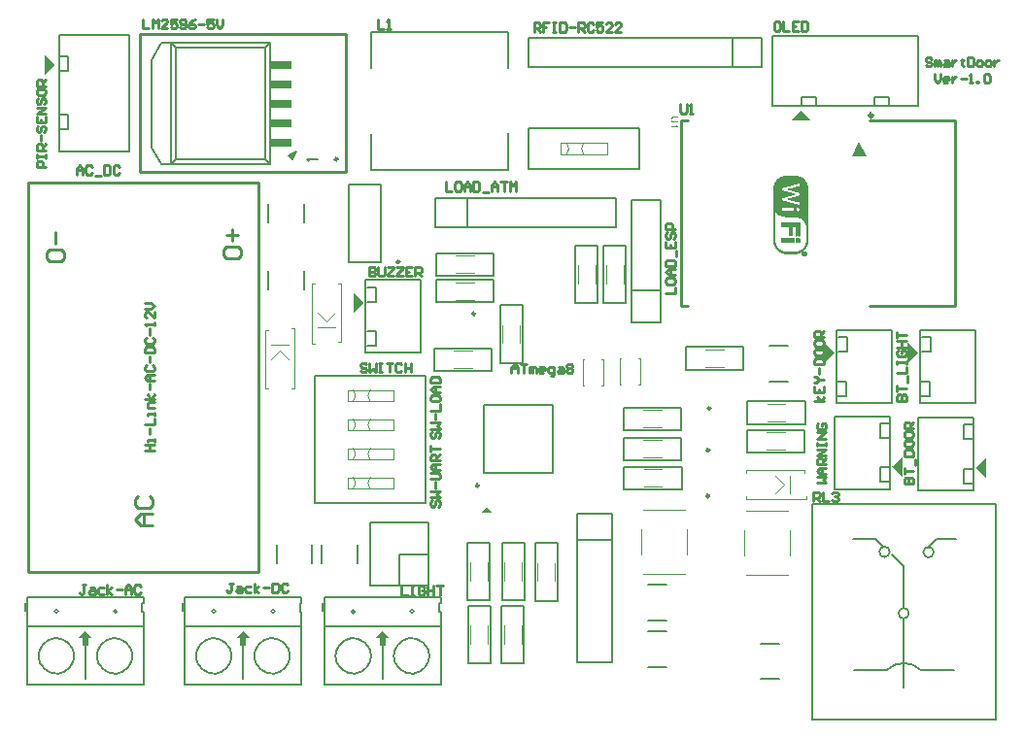
<source format=gto>
G04*
G04 #@! TF.GenerationSoftware,Altium Limited,Altium Designer,19.1.1 (5)*
G04*
G04 Layer_Color=65535*
%FSTAX24Y24*%
%MOIN*%
G70*
G01*
G75*
%ADD10C,0.0070*%
%ADD11C,0.0118*%
%ADD12C,0.0010*%
%ADD13C,0.0098*%
%ADD14C,0.0079*%
%ADD15C,0.0050*%
%ADD16C,0.0040*%
%ADD17C,0.0020*%
%ADD18C,0.0100*%
%ADD19C,0.0005*%
%ADD20C,0.0010*%
%ADD21C,0.0039*%
%ADD22C,0.0080*%
%ADD23R,0.0740X0.0299*%
G36*
X016115Y035045D02*
X016105D01*
X015755Y034695D01*
Y035405D01*
X016115Y035045D01*
D02*
G37*
G36*
X026695Y026875D02*
X026685D01*
X026335Y026525D01*
Y027235D01*
X026695Y026875D01*
D02*
G37*
G36*
X027585Y01535D02*
X027435D01*
Y0151D01*
X027235D01*
Y01535D01*
X027085D01*
X027335Y0156D01*
X027585Y01535D01*
D02*
G37*
G36*
X0228D02*
X02265D01*
Y0151D01*
X02245D01*
Y01535D01*
X0223D01*
X02255Y0156D01*
X0228Y01535D01*
D02*
G37*
G36*
X017397D02*
X017247D01*
Y0151D01*
X017047D01*
Y01535D01*
X016897D01*
X017147Y0156D01*
X017397Y01535D01*
D02*
G37*
G36*
X0307Y01967D02*
X0309Y01987D01*
X0311Y01967D01*
X0307Y01967D01*
D02*
G37*
G36*
X042485Y025516D02*
Y024806D01*
X042835Y025156D01*
X042845D01*
X042485Y025516D01*
D02*
G37*
G36*
X041345Y033125D02*
X042055D01*
X041705Y033475D01*
Y033485D01*
X041345Y033125D01*
D02*
G37*
G36*
X043694Y032387D02*
X043444Y031887D01*
X043944D01*
X043694Y032387D01*
D02*
G37*
G36*
X045185Y020895D02*
Y021605D01*
X044835Y021255D01*
X044825D01*
X045185Y020895D01*
D02*
G37*
G36*
X048055Y020855D02*
Y021565D01*
X047705Y021215D01*
X047695D01*
X048055Y020855D01*
D02*
G37*
G36*
X045362Y025516D02*
Y024806D01*
X045712Y025156D01*
X045722D01*
X045362Y025516D01*
D02*
G37*
G36*
X03749Y033221D02*
X037344D01*
X037344D01*
X037343D01*
X037341D01*
X037339D01*
X037336Y03322D01*
X037333D01*
X037326Y03322D01*
X037318Y033219D01*
X03731Y033218D01*
X037302Y033217D01*
X037299Y033216D01*
X037296Y033215D01*
X037295Y033215D01*
X037293Y033214D01*
X037291Y033212D01*
X037287Y03321D01*
X037283Y033207D01*
X037279Y033204D01*
X037275Y033199D01*
X037272Y033194D01*
X037272Y033193D01*
X037271Y033192D01*
X03727Y033188D01*
X037268Y033184D01*
X037266Y033179D01*
X037265Y033172D01*
X037264Y033165D01*
X037264Y033158D01*
Y033154D01*
X037264Y033152D01*
Y033149D01*
X037264Y033145D01*
X037266Y033137D01*
X037268Y033129D01*
X037271Y03312D01*
X037275Y033112D01*
X037277Y033109D01*
X03728Y033105D01*
X03728Y033105D01*
X037281Y033105D01*
X037282Y033104D01*
X037283Y033103D01*
X037286Y033102D01*
X037288Y0331D01*
X037291Y033099D01*
X037294Y033097D01*
X037298Y033096D01*
X037303Y033095D01*
X037308Y033093D01*
X037314Y033092D01*
X037321Y033091D01*
X037328Y03309D01*
X037336Y03309D01*
X037344D01*
X03749D01*
Y033056D01*
X037344D01*
X037344D01*
X037342D01*
X037341D01*
X037338D01*
X037335Y033057D01*
X037331D01*
X037327Y033057D01*
X037322Y033057D01*
X037313Y033058D01*
X037302Y03306D01*
X037292Y033062D01*
X037288Y033063D01*
X037283Y033065D01*
X037283D01*
X037282Y033065D01*
X037281Y033066D01*
X03728Y033067D01*
X037276Y033069D01*
X037271Y033072D01*
X037265Y033077D01*
X037259Y033082D01*
X037253Y033088D01*
X037247Y033096D01*
Y033097D01*
X037247Y033097D01*
X037246Y033098D01*
X037245Y0331D01*
X037244Y033102D01*
X037243Y033105D01*
X037242Y033108D01*
X03724Y033112D01*
X037239Y033116D01*
X037238Y03312D01*
X037237Y033125D01*
X037236Y03313D01*
X037235Y033136D01*
X037234Y033142D01*
X037234Y033155D01*
Y033158D01*
X037234Y033161D01*
Y033164D01*
X037234Y033167D01*
X037235Y033171D01*
X037235Y033175D01*
X037236Y033184D01*
X037239Y033194D01*
X037242Y033204D01*
X037246Y033213D01*
Y033213D01*
X037246Y033214D01*
X037247Y033215D01*
X037248Y033216D01*
X037251Y03322D01*
X037255Y033225D01*
X03726Y033231D01*
X037266Y033236D01*
X037273Y033241D01*
X037281Y033245D01*
X037281D01*
X037282Y033245D01*
X037283Y033245D01*
X037285Y033246D01*
X037287Y033247D01*
X03729Y033248D01*
X037294Y033249D01*
X037298Y03325D01*
X037302Y03325D01*
X037307Y033251D01*
X037312Y033252D01*
X037317Y033253D01*
X037323Y033254D01*
X03733Y033254D01*
X037337Y033254D01*
X037344D01*
X03749D01*
Y033221D01*
D02*
G37*
G36*
X037428Y032989D02*
X037428Y032989D01*
X037429Y032987D01*
X03743Y032985D01*
X037431Y032983D01*
X037432Y032981D01*
X037436Y032974D01*
X03744Y032967D01*
X037445Y03296D01*
X037451Y032952D01*
X037457Y032944D01*
X037457Y032944D01*
X037458Y032944D01*
X037459Y032943D01*
X03746Y032941D01*
X037464Y032938D01*
X037468Y032934D01*
X037473Y032929D01*
X037479Y032924D01*
X037485Y03292D01*
X037491Y032917D01*
Y032897D01*
X037238D01*
Y032928D01*
X037435D01*
X037434Y032928D01*
X037433Y03293D01*
X037431Y032932D01*
X037428Y032936D01*
X037425Y03294D01*
X037421Y032945D01*
X037417Y032951D01*
X037413Y032957D01*
Y032958D01*
X037413Y032958D01*
X037412Y03296D01*
X03741Y032964D01*
X037408Y032968D01*
X037405Y032973D01*
X037402Y032979D01*
X0374Y032984D01*
X037398Y03299D01*
X037428D01*
Y032989D01*
D02*
G37*
D10*
X04581Y01426D02*
G03*
X04465Y01427I-000585J-000575D01*
G01*
X045398Y016212D02*
G03*
X045398Y016212I-000178J0D01*
G01*
X044738Y018322D02*
G03*
X044738Y018322I-000178J0D01*
G01*
X046248Y018312D02*
G03*
X046248Y018312I-000178J0D01*
G01*
X026723Y015212D02*
G03*
X026736Y015201I-000388J-000462D01*
G01*
X028419Y01628D02*
G03*
X028419Y01628I-000064J0D01*
G01*
X026399Y01627D02*
G03*
X026399Y01627I-000064J0D01*
G01*
X028722Y015213D02*
G03*
X028736Y015201I-000387J-000463D01*
G01*
X016536Y015212D02*
G03*
X016548Y015201I-000388J-000462D01*
G01*
X018231Y01628D02*
G03*
X018231Y01628I-000064J0D01*
G01*
X016211Y01627D02*
G03*
X016211Y01627I-000064J0D01*
G01*
X018535Y015213D02*
G03*
X018548Y015201I-000387J-000463D01*
G01*
X021938Y015212D02*
G03*
X021951Y015201I-000388J-000462D01*
G01*
X023634Y01628D02*
G03*
X023634Y01628I-000064J0D01*
G01*
X021614Y01627D02*
G03*
X021614Y01627I-000064J0D01*
G01*
X023937Y015213D02*
G03*
X023951Y015201I-000387J-000463D01*
G01*
X0435Y01426D02*
X04464D01*
X04582Y01425D02*
X04695D01*
X04483Y01823D02*
X04522Y01784D01*
Y01641D02*
Y01784D01*
X04607Y01849D02*
X04634Y01876D01*
X047D01*
X04424D02*
X0445Y0185D01*
X04348Y01876D02*
X04424D01*
X04207Y01257D02*
Y01997D01*
X04837Y01257D02*
Y01997D01*
X04207Y01257D02*
X04837D01*
X04207Y01997D02*
X04837D01*
X04523Y01368D02*
Y01601D01*
X025355Y01575D02*
X029325D01*
X025335Y01375D02*
Y01525D01*
X029335Y01375D02*
Y01626D01*
X029285D02*
X029335D01*
X029285D02*
Y01657D01*
X029335D01*
Y01675D01*
X025335D02*
X029335D01*
X025335Y01525D02*
Y01675D01*
X025275Y0163D02*
Y01655D01*
X027335Y01396D02*
Y01547D01*
X025335Y01375D02*
X029335D01*
X015167Y01575D02*
X019137D01*
X015147Y01375D02*
Y01525D01*
X019147Y01375D02*
Y01626D01*
X019097D02*
X019147D01*
X019097D02*
Y01657D01*
X019147D01*
Y01675D01*
X015147D02*
X019147D01*
X015147Y01525D02*
Y01675D01*
X015087Y0163D02*
Y01655D01*
X017147Y01396D02*
Y01547D01*
X015147Y01375D02*
X019147D01*
X04295Y023671D02*
X04325D01*
Y024171D01*
X04295D02*
X04325D01*
X04297Y025191D02*
X04327D01*
Y025691D01*
X04297D02*
X04327D01*
X04481Y023431D02*
Y025931D01*
X04291Y023431D02*
X04481D01*
X04291D02*
Y025931D01*
X04481D01*
X0268Y02539D02*
X0271D01*
Y02589D01*
X0268D02*
X0271D01*
X02682Y02691D02*
X02712D01*
Y02741D01*
X02682D02*
X02712D01*
X02866Y02515D02*
Y02765D01*
X02676Y02515D02*
X02866D01*
X02676D02*
Y02765D01*
X02866D01*
X0352Y01454D02*
Y01964D01*
X034Y01454D02*
X0352D01*
X034D02*
Y01964D01*
X0352D01*
X034Y01874D02*
X0352D01*
X02057Y01575D02*
X02454D01*
X02055Y01375D02*
Y01525D01*
X02455Y01375D02*
Y01626D01*
X0245D02*
X02455D01*
X0245D02*
Y01657D01*
X02455D01*
Y01675D01*
X02055D02*
X02455D01*
X02055Y01525D02*
Y01675D01*
X02049Y0163D02*
Y01655D01*
X02255Y01396D02*
Y01547D01*
X02055Y01375D02*
X02455D01*
X04286Y02048D02*
X04476D01*
Y02298D01*
X04286D02*
X04476D01*
X04286Y02048D02*
Y02298D01*
X0444Y02072D02*
X0447D01*
X0444D02*
Y02122D01*
X0447D01*
X04442Y02224D02*
X04472D01*
X04442D02*
Y02274D01*
X04472D01*
X04573Y02044D02*
X04763D01*
Y02294D01*
X04573D02*
X04763D01*
X04573Y02044D02*
Y02294D01*
X04727Y02068D02*
X04757D01*
X04727D02*
Y02118D01*
X04757D01*
X04729Y0222D02*
X04759D01*
X04729D02*
Y0227D01*
X04759D01*
X01625Y03284D02*
X01655D01*
Y03334D01*
X01625D02*
X01655D01*
X01626Y03483D02*
X01656D01*
Y03533D01*
X01626D02*
X01656D01*
X01725Y03205D02*
X01865D01*
X01625Y03605D02*
X01865D01*
X01625Y03205D02*
Y03605D01*
Y03205D02*
X01725D01*
X01865D02*
Y03605D01*
X0457Y03462D02*
Y03602D01*
X0407Y03362D02*
Y03602D01*
Y03362D02*
X0457D01*
Y03462D01*
X0407Y03602D02*
X0457D01*
X04172Y03362D02*
Y03392D01*
X04222D01*
Y03362D02*
Y03392D01*
X0442Y03364D02*
Y03394D01*
X0447D01*
Y03364D02*
Y03394D01*
X045787Y025931D02*
X047687D01*
X045787Y023431D02*
Y025931D01*
Y023431D02*
X047687D01*
Y025931D01*
X045847Y025691D02*
X046147D01*
Y025191D02*
Y025691D01*
X045847Y025191D02*
X046147D01*
X045827Y024171D02*
X046127D01*
Y023671D02*
Y024171D01*
X045827Y023671D02*
X046127D01*
X024177Y031914D02*
X024247Y031984D01*
X024237Y031854D02*
X024307Y031924D01*
D11*
X044156Y0333D02*
G03*
X044156Y0333I-000059J0D01*
G01*
D12*
X026329Y023487D02*
G03*
X026329Y02388I-000197J000197D01*
G01*
X02692D02*
G03*
X02692Y023487I000197J-000197D01*
G01*
X026329Y022487D02*
G03*
X026329Y02288I-000197J000197D01*
G01*
X02692D02*
G03*
X02692Y022487I000197J-000197D01*
G01*
X026329Y021487D02*
G03*
X026329Y02188I-000197J000197D01*
G01*
X02692D02*
G03*
X02692Y021487I000197J-000197D01*
G01*
Y02088D02*
G03*
X02692Y020487I000197J-000197D01*
G01*
X026329D02*
G03*
X026329Y02088I-000197J000197D01*
G01*
X034245Y032361D02*
G03*
X034245Y031968I000197J-000197D01*
G01*
X033654D02*
G03*
X033654Y032361I-000197J000197D01*
G01*
X026133Y02088D02*
X027707D01*
Y020487D02*
Y02088D01*
X026133Y020487D02*
X027707D01*
X026133Y021487D02*
Y02188D01*
X027707D01*
Y021487D02*
Y02188D01*
X026133Y021487D02*
X027707D01*
X026133Y022487D02*
Y02288D01*
X027707D01*
Y022487D02*
Y02288D01*
X026133Y022487D02*
X027707D01*
X026133Y023487D02*
Y02388D01*
X027707D01*
Y023487D02*
Y02388D01*
X026133Y023487D02*
X027707D01*
X033458Y032361D02*
X035032D01*
Y031968D02*
Y032361D01*
X033458Y031968D02*
X035032D01*
D13*
X030642Y020596D02*
G03*
X030642Y020596I-000049J0D01*
G01*
X030521Y026496D02*
G03*
X030521Y026496I-000049J0D01*
G01*
X027921Y028281D02*
G03*
X027921Y028281I-000049J0D01*
G01*
X038599Y023246D02*
G03*
X038599Y023246I-000049J0D01*
G01*
X03855Y020245D02*
G03*
X03855Y020245I-000049J0D01*
G01*
Y021815D02*
G03*
X03855Y021815I-000049J0D01*
G01*
X025799Y031801D02*
G03*
X025799Y031801I-000049J0D01*
G01*
D14*
X026927Y017149D02*
X028927D01*
Y019346D01*
X026927D02*
X028927D01*
X026927Y017149D02*
Y019346D01*
X027927Y017149D02*
Y018248D01*
X028927D01*
X03235Y03495D02*
X04035D01*
Y03595D01*
X03235D02*
X04035D01*
X03235Y03495D02*
Y03595D01*
X03935Y03495D02*
Y03595D01*
X040323Y01396D02*
X040953D01*
X040323Y01518D02*
X040953D01*
X026484Y017933D02*
Y018563D01*
X025263Y017933D02*
Y018563D01*
X024931Y017948D02*
Y018578D01*
X023711Y017948D02*
Y018578D01*
X040629Y024163D02*
X041259D01*
X040629Y025383D02*
X041259D01*
X036453Y015583D02*
X037083D01*
X036453Y014362D02*
X037083D01*
X036453Y017183D02*
X037083D01*
X036453Y015962D02*
X037083D01*
X033181Y021019D02*
X033181Y023381D01*
X030819Y021019D02*
Y023381D01*
Y021019D02*
X033181D01*
X030819Y023381D02*
X033181Y023381D01*
X027281Y028281D02*
Y030919D01*
X026179Y028281D02*
Y030919D01*
Y028281D02*
X027281D01*
X026179Y030919D02*
X027281D01*
X024641Y029635D02*
Y030265D01*
X02342Y029635D02*
Y030265D01*
X023422Y027335D02*
Y027965D01*
X024643Y027335D02*
Y027965D01*
X03589Y02729D02*
X03689D01*
X03589Y026192D02*
X03689D01*
X03589D02*
Y030389D01*
X03689Y026192D02*
Y030389D01*
X03589D02*
X03689D01*
X031662Y031436D02*
Y032696D01*
Y03494D02*
Y036161D01*
X026938Y031436D02*
Y032657D01*
Y03494D02*
Y036161D01*
X031662D01*
X026938Y031436D02*
X031662D01*
X030241Y02945D02*
Y03045D01*
X029143Y02945D02*
X035339D01*
X029143Y03045D02*
X035339D01*
X029143Y02945D02*
Y03045D01*
X035339Y02945D02*
Y03045D01*
X02349Y031631D02*
Y035798D01*
X020073D02*
X02349D01*
X020073Y031631D02*
Y035798D01*
Y031631D02*
X02349D01*
X01975D02*
X020073D01*
X019407Y032215D02*
X01975Y031631D01*
X019407Y032215D02*
Y035215D01*
X01975Y035798D01*
X020073D01*
X02024Y031798D02*
X023323D01*
X02024D02*
Y035631D01*
X023323D01*
Y031798D02*
Y035631D01*
Y031798D02*
X02349Y031631D01*
X023323Y035631D02*
X02349Y035798D01*
X020073D02*
X02024Y035631D01*
X020073Y031631D02*
X02024Y031798D01*
D15*
X03973Y024581D02*
Y025351D01*
X03775Y024581D02*
X03973D01*
X03775D02*
Y025351D01*
X03973D01*
X034925Y026851D02*
X035695D01*
X034925D02*
Y028831D01*
X035695D01*
Y026851D02*
Y028831D01*
X03396Y026851D02*
X03473D01*
X03396D02*
Y028831D01*
X03473D01*
Y026851D02*
Y028831D01*
X02503Y019987D02*
Y02438D01*
X02881D01*
Y019987D02*
Y02438D01*
X02503Y019987D02*
X02881D01*
X02503D02*
Y02438D01*
X02881D01*
Y019987D02*
Y02438D01*
X02503Y019987D02*
X02881D01*
X032355Y031468D02*
X036135D01*
Y032861D01*
X032355D02*
X036135D01*
X032355Y031468D02*
Y032861D01*
Y031468D02*
X036135D01*
Y032861D01*
X032355D02*
X036135D01*
X032355Y031468D02*
Y032861D01*
X031149Y027801D02*
Y028571D01*
X029169Y027801D02*
X031149D01*
X029169D02*
Y028571D01*
X031149D01*
Y026885D02*
Y027655D01*
X029169Y026885D02*
X031149D01*
X029169D02*
Y027655D01*
X031149D01*
X029101Y02454D02*
Y02531D01*
X031081D01*
Y02454D02*
Y02531D01*
X029101Y02454D02*
X031081D01*
X04183Y02173D02*
Y0225D01*
X03985Y02173D02*
X04183D01*
X03985D02*
Y0225D01*
X04183D01*
X041833Y022715D02*
Y023485D01*
X039853Y022715D02*
X041833D01*
X039853D02*
Y023485D01*
X041833D01*
X030284Y01648D02*
X031054D01*
Y0145D02*
Y01648D01*
X030284Y0145D02*
X031054D01*
X030284D02*
Y01648D01*
X031423Y0145D02*
X032193D01*
X031423D02*
Y01648D01*
X032193D01*
Y0145D02*
Y01648D01*
X031433Y018637D02*
X032203D01*
Y016657D02*
Y018637D01*
X031433Y016657D02*
X032203D01*
X031433D02*
Y018637D01*
X03026Y016657D02*
X03103D01*
X03026D02*
Y018637D01*
X03103D01*
Y016657D02*
Y018637D01*
X031384Y026786D02*
X032154D01*
Y024806D02*
Y026786D01*
X031384Y024806D02*
X032154D01*
X031384D02*
Y026786D01*
X032566Y018627D02*
X033336D01*
Y016647D02*
Y018627D01*
X032566Y016647D02*
X033336D01*
X032566D02*
Y018627D01*
X03761Y020473D02*
Y021243D01*
X03563Y020473D02*
X03761Y020473D01*
X03563Y020473D02*
Y021243D01*
X03761Y021243D01*
X03758Y021468D02*
Y022238D01*
X0356Y021468D02*
X03758Y021468D01*
X0356Y022238D02*
X0356Y021468D01*
X0356Y022238D02*
X03758D01*
Y022509D02*
Y023279D01*
X0356Y022509D02*
X03758Y022509D01*
X0356Y023279D02*
X0356Y022509D01*
X0356Y023279D02*
X03758D01*
X024107Y031934D02*
X024182Y03186D01*
X024107Y031934D02*
X024387Y032064D01*
X024182Y03186D02*
X024257Y031784D01*
X024387Y032064D01*
X024182Y03186D02*
X024387Y032064D01*
D16*
X03843Y025271D02*
X03905D01*
X03843Y024671D02*
X03905D01*
X035615Y027531D02*
Y028151D01*
X035015Y027531D02*
Y028151D01*
X03465Y027531D02*
Y028151D01*
X03405Y027531D02*
Y028151D01*
X029849Y028491D02*
X030469D01*
X029849Y027891D02*
X030469D01*
X029849Y027575D02*
X030469D01*
X029849Y026975D02*
X030469D01*
X0342Y02492D02*
X03425D01*
X0342Y02402D02*
Y02492D01*
Y02402D02*
X03425D01*
X03485Y02492D02*
X0349D01*
Y02402D02*
Y02492D01*
X03485Y02402D02*
X0349D01*
X035468Y024971D02*
X035518D01*
X035468Y024071D02*
Y024971D01*
Y024071D02*
X035518D01*
X036118Y024971D02*
X036168D01*
Y024071D02*
Y024971D01*
X036118Y024071D02*
X036168D01*
X029781Y02462D02*
X030401D01*
X029781Y02522D02*
X030401D01*
X04053Y02242D02*
X04115D01*
X04053Y02182D02*
X04115D01*
X040533Y023405D02*
X041153D01*
X040533Y022805D02*
X041153D01*
X030364Y01518D02*
Y0158D01*
X030964Y01518D02*
Y0158D01*
X032113Y01518D02*
Y0158D01*
X031513Y01518D02*
Y0158D01*
Y017337D02*
Y017957D01*
X032113Y017337D02*
Y017957D01*
X03095Y017337D02*
Y017957D01*
X03035Y017337D02*
Y017957D01*
X031464Y025486D02*
Y026106D01*
X032064Y025486D02*
Y026106D01*
X032646Y017327D02*
Y017947D01*
X033246Y017327D02*
Y017947D01*
X03631Y021163D02*
X03693D01*
X03631Y020563D02*
X03693D01*
X03628Y022158D02*
X0369Y022158D01*
X03628Y021558D02*
X0369Y021558D01*
X03628Y023199D02*
X0369Y023199D01*
X03628Y022599D02*
X0369Y022599D01*
D17*
X023528Y025439D02*
X024128D01*
X023528Y024939D02*
X023828Y025239D01*
X024128Y024939D01*
X023328Y023939D02*
X023428D01*
X023328D02*
Y025939D01*
X023428D01*
X024228Y023939D02*
X024328D01*
Y025989D01*
X024228D02*
X024328D01*
X041319Y020345D02*
Y020945D01*
X040819D02*
X041119Y020645D01*
X040819Y020345D02*
X041119Y020645D01*
X039819Y021045D02*
Y021145D01*
X041819D01*
Y021045D02*
Y021145D01*
X039819Y020145D02*
Y020245D01*
Y020145D02*
X041869D01*
Y020245D01*
X0251Y02602D02*
X0257D01*
X0254Y02622D02*
X0257Y02652D01*
X0251D02*
X0254Y02622D01*
X0258Y02752D02*
X0259D01*
Y02552D02*
Y02752D01*
X0258Y02552D02*
X0259D01*
X0249Y02752D02*
X025D01*
X0249Y02547D02*
Y02752D01*
Y02547D02*
X025D01*
D18*
X044055Y033117D02*
X046989D01*
X037565D02*
X037821D01*
X044054Y026752D02*
X046989D01*
X037565D02*
X037821D01*
X046989D02*
Y033117D01*
X037565Y026752D02*
Y033117D01*
X015194Y01762D02*
X023068D01*
Y031006D01*
X015194D02*
X023068D01*
X015194Y01762D02*
Y031006D01*
X019001Y031358D02*
X026087D01*
X019001D02*
Y036082D01*
X026087D01*
Y031358D02*
Y036082D01*
X01715Y017195D02*
X017045D01*
X017097D01*
Y016932D01*
X017045Y01688D01*
X016992D01*
X01694Y016932D01*
X017307Y01709D02*
X017412D01*
X017465Y017037D01*
Y01688D01*
X017307D01*
X017255Y016932D01*
X017307Y016985D01*
X017465D01*
X01778Y01709D02*
X017622D01*
X01757Y017037D01*
Y016932D01*
X017622Y01688D01*
X01778D01*
X017885D02*
Y017195D01*
Y016985D02*
X018042Y01709D01*
X017885Y016985D02*
X018042Y01688D01*
X018199Y017037D02*
X018409D01*
X018514Y01688D02*
Y01709D01*
X018619Y017195D01*
X018724Y01709D01*
Y01688D01*
Y017037D01*
X018514D01*
X019039Y017142D02*
X018987Y017195D01*
X018882D01*
X018829Y017142D01*
Y016932D01*
X018882Y01688D01*
X018987D01*
X019039Y016932D01*
X019185Y02179D02*
X0195D01*
X019343D01*
Y022D01*
X019185D01*
X0195D01*
Y022105D02*
Y02221D01*
Y022157D01*
X01929D01*
Y022105D01*
X019343Y022367D02*
Y022577D01*
X019185Y022682D02*
X0195D01*
Y022892D01*
Y022997D02*
Y023102D01*
Y023049D01*
X01929D01*
Y022997D01*
X0195Y023259D02*
X01929D01*
Y023417D01*
X019343Y023469D01*
X0195D01*
Y023574D02*
X019185D01*
X019395D02*
X01929Y023732D01*
X019395Y023574D02*
X0195Y023732D01*
X019343Y023889D02*
Y024099D01*
X0195Y024204D02*
X01929D01*
X019185Y024309D01*
X01929Y024414D01*
X0195D01*
X019343D01*
Y024204D01*
X019238Y024729D02*
X019185Y024676D01*
Y024571D01*
X019238Y024519D01*
X019448D01*
X0195Y024571D01*
Y024676D01*
X019448Y024729D01*
X019343Y024834D02*
Y025044D01*
X019185Y025149D02*
X0195D01*
Y025306D01*
X019448Y025358D01*
X019238D01*
X019185Y025306D01*
Y025149D01*
X019238Y025673D02*
X019185Y025621D01*
Y025516D01*
X019238Y025463D01*
X019448D01*
X0195Y025516D01*
Y025621D01*
X019448Y025673D01*
X019343Y025778D02*
Y025988D01*
X0195Y026093D02*
Y026198D01*
Y026146D01*
X019185D01*
X019238Y026093D01*
X0195Y026565D02*
Y026356D01*
X01929Y026565D01*
X019238D01*
X019185Y026513D01*
Y026408D01*
X019238Y026356D01*
X019185Y02667D02*
X019395D01*
X0195Y026775D01*
X019395Y02688D01*
X019185D01*
X029041Y020087D02*
X028988Y020034D01*
Y019929D01*
X029041Y019877D01*
X029093D01*
X029146Y019929D01*
Y020034D01*
X029198Y020087D01*
X029251D01*
X029303Y020034D01*
Y019929D01*
X029251Y019877D01*
X028988Y020192D02*
X029303D01*
X029198Y020297D01*
X029303Y020402D01*
X028988D01*
X029146Y020507D02*
Y020717D01*
X028988Y020821D02*
X029251D01*
X029303Y020874D01*
Y020979D01*
X029251Y021031D01*
X028988D01*
X029303Y021136D02*
X029093D01*
X028988Y021241D01*
X029093Y021346D01*
X029303D01*
X029146D01*
Y021136D01*
X029303Y021451D02*
X028988D01*
Y021609D01*
X029041Y021661D01*
X029146D01*
X029198Y021609D01*
Y021451D01*
Y021556D02*
X029303Y021661D01*
X028988Y021766D02*
Y021976D01*
Y021871D01*
X029303D01*
X029048Y02244D02*
X028995Y022387D01*
Y022282D01*
X029048Y02223D01*
X0291D01*
X029153Y022282D01*
Y022387D01*
X029205Y02244D01*
X029258D01*
X02931Y022387D01*
Y022282D01*
X029258Y02223D01*
X028995Y022545D02*
X02931D01*
X029205Y02265D01*
X02931Y022755D01*
X028995D01*
X029153Y02286D02*
Y02307D01*
X028995Y023175D02*
X02931D01*
Y023384D01*
X028995Y023647D02*
Y023542D01*
X029048Y023489D01*
X029258D01*
X02931Y023542D01*
Y023647D01*
X029258Y023699D01*
X029048D01*
X028995Y023647D01*
X02931Y023804D02*
X0291D01*
X028995Y023909D01*
X0291Y024014D01*
X02931D01*
X029153D01*
Y023804D01*
X028995Y024119D02*
X02931D01*
Y024277D01*
X029258Y024329D01*
X029048D01*
X028995Y024277D01*
Y024119D01*
X03176Y02446D02*
Y02467D01*
X031865Y024775D01*
X03197Y02467D01*
Y02446D01*
Y024617D01*
X03176D01*
X032075Y024775D02*
X032285D01*
X03218D01*
Y02446D01*
X03239D02*
Y02467D01*
X032442D01*
X032495Y024617D01*
Y02446D01*
Y024617D01*
X032547Y02467D01*
X0326Y024617D01*
Y02446D01*
X032862D02*
X032757D01*
X032705Y024512D01*
Y024617D01*
X032757Y02467D01*
X032862D01*
X032914Y024617D01*
Y024565D01*
X032705D01*
X033124Y024355D02*
X033177D01*
X033229Y024408D01*
Y02467D01*
X033072D01*
X033019Y024617D01*
Y024512D01*
X033072Y02446D01*
X033229D01*
X033387Y02467D02*
X033492D01*
X033544Y024617D01*
Y02446D01*
X033387D01*
X033334Y024512D01*
X033387Y024565D01*
X033544D01*
X033649Y024722D02*
X033702Y024775D01*
X033807D01*
X033859Y024722D01*
Y02467D01*
X033807Y024617D01*
X033859Y024565D01*
Y024512D01*
X033807Y02446D01*
X033702D01*
X033649Y024512D01*
Y024565D01*
X033702Y024617D01*
X033649Y02467D01*
Y024722D01*
X033702Y024617D02*
X033807D01*
X04628Y03473D02*
Y03453D01*
X04638Y03443D01*
X04648Y03453D01*
Y03473D01*
X04673Y03443D02*
X04663D01*
X04658Y03448D01*
Y03458D01*
X04663Y03463D01*
X04673D01*
X04678Y03458D01*
Y03453D01*
X04658D01*
X04688Y03463D02*
Y03443D01*
Y03453D01*
X04693Y03458D01*
X04698Y03463D01*
X04703D01*
X04718Y03458D02*
X04738D01*
X04748Y03443D02*
X04758D01*
X04753D01*
Y03473D01*
X04748Y03468D01*
X04773Y03443D02*
Y03448D01*
X04778D01*
Y03443D01*
X04773D01*
X047979Y03468D02*
X048029Y03473D01*
X048129D01*
X048179Y03468D01*
Y03448D01*
X048129Y03443D01*
X048029D01*
X047979Y03448D01*
Y03468D01*
X04618Y03524D02*
X04613Y03529D01*
X04603D01*
X04598Y03524D01*
Y03519D01*
X04603Y03514D01*
X04613D01*
X04618Y03509D01*
Y03504D01*
X04613Y03499D01*
X04603D01*
X04598Y03504D01*
X04628Y03499D02*
Y03519D01*
X04633D01*
X04638Y03514D01*
Y03499D01*
Y03514D01*
X04643Y03519D01*
X04648Y03514D01*
Y03499D01*
X04663Y03519D02*
X04673D01*
X04678Y03514D01*
Y03499D01*
X04663D01*
X04658Y03504D01*
X04663Y03509D01*
X04678D01*
X04688Y03519D02*
Y03499D01*
Y03509D01*
X04693Y03514D01*
X04698Y03519D01*
X04703D01*
X04723Y03524D02*
Y03519D01*
X04718D01*
X04728D01*
X04723D01*
Y03504D01*
X04728Y03499D01*
X04743Y03529D02*
Y03499D01*
X047579D01*
X047629Y03504D01*
Y03524D01*
X047579Y03529D01*
X04743D01*
X047779Y03499D02*
X047879D01*
X047929Y03504D01*
Y03514D01*
X047879Y03519D01*
X047779D01*
X047729Y03514D01*
Y03504D01*
X047779Y03499D01*
X048079D02*
X048179D01*
X048229Y03504D01*
Y03514D01*
X048179Y03519D01*
X048079D01*
X048029Y03514D01*
Y03504D01*
X048079Y03499D01*
X048329Y03519D02*
Y03499D01*
Y03509D01*
X048379Y03514D01*
X048429Y03519D01*
X048479D01*
X019446Y019234D02*
X019047D01*
X018847Y019434D01*
X019047Y019634D01*
X019446D01*
X019147D01*
Y019234D01*
X018947Y020234D02*
X018847Y020134D01*
Y019934D01*
X018947Y019834D01*
X019346D01*
X019446Y019934D01*
Y020134D01*
X019346Y020234D01*
X015815Y028589D02*
Y028389D01*
X015915Y028289D01*
X016315D01*
X016415Y028389D01*
Y028589D01*
X016315Y028689D01*
X015915D01*
X015815Y028589D01*
X016115Y028889D02*
Y029289D01*
X021878Y028707D02*
Y028507D01*
X021978Y028407D01*
X022378D01*
X022478Y028507D01*
Y028707D01*
X022378Y028807D01*
X021978D01*
X021878Y028707D01*
X022178Y029007D02*
Y029407D01*
X021978Y029207D02*
X022378D01*
X01684Y03127D02*
Y03148D01*
X016945Y031585D01*
X01705Y03148D01*
Y03127D01*
Y031427D01*
X01684D01*
X017365Y031532D02*
X017312Y031585D01*
X017207D01*
X017155Y031532D01*
Y031322D01*
X017207Y03127D01*
X017312D01*
X017365Y031322D01*
X01747Y031218D02*
X01768D01*
X017785Y031585D02*
Y03127D01*
X017942D01*
X017994Y031322D01*
Y031532D01*
X017942Y031585D01*
X017785D01*
X018309Y031532D02*
X018257Y031585D01*
X018152D01*
X018099Y031532D01*
Y031322D01*
X018152Y03127D01*
X018257D01*
X018309Y031322D01*
X04247Y02349D02*
X042155D01*
X042365D02*
X04226Y023647D01*
X042365Y02349D02*
X04247Y023647D01*
X042155Y024015D02*
Y023805D01*
X04247D01*
Y024015D01*
X042313Y023805D02*
Y02391D01*
X042155Y02412D02*
X042208D01*
X042313Y024225D01*
X042208Y02433D01*
X042155D01*
X042313Y024225D02*
X04247D01*
X042313Y024435D02*
Y024644D01*
X042155Y024749D02*
X04247D01*
Y024907D01*
X042418Y024959D01*
X042208D01*
X042155Y024907D01*
Y024749D01*
Y025222D02*
Y025117D01*
X042208Y025064D01*
X042418D01*
X04247Y025117D01*
Y025222D01*
X042418Y025274D01*
X042208D01*
X042155Y025222D01*
Y025537D02*
Y025432D01*
X042208Y025379D01*
X042418D01*
X04247Y025432D01*
Y025537D01*
X042418Y025589D01*
X042208D01*
X042155Y025537D01*
X04247Y025694D02*
X042155D01*
Y025851D01*
X042208Y025904D01*
X042313D01*
X042365Y025851D01*
Y025694D01*
Y025799D02*
X04247Y025904D01*
X042245Y02069D02*
X04256D01*
X042455Y020795D01*
X04256Y0209D01*
X042245D01*
X04256Y021005D02*
X04235D01*
X042245Y02111D01*
X04235Y021215D01*
X04256D01*
X042403D01*
Y021005D01*
X04256Y02132D02*
X042245D01*
Y021477D01*
X042298Y02153D01*
X042403D01*
X042455Y021477D01*
Y02132D01*
Y021425D02*
X04256Y02153D01*
Y021635D02*
X042245D01*
X04256Y021844D01*
X042245D01*
Y021949D02*
Y022054D01*
Y022002D01*
X04256D01*
Y021949D01*
Y022054D01*
Y022212D02*
X042245D01*
X04256Y022422D01*
X042245D01*
X042298Y022737D02*
X042245Y022684D01*
Y022579D01*
X042298Y022527D01*
X042508D01*
X04256Y022579D01*
Y022684D01*
X042508Y022737D01*
X042403D01*
Y022632D01*
X02688Y028105D02*
Y02779D01*
X027038D01*
X02709Y027842D01*
Y027895D01*
X027038Y027947D01*
X02688D01*
X027038D01*
X02709Y028D01*
Y028052D01*
X027038Y028105D01*
X02688D01*
X027195D02*
Y027842D01*
X027248Y02779D01*
X027353D01*
X027405Y027842D01*
Y028105D01*
X02751D02*
X02772D01*
Y028052D01*
X02751Y027842D01*
Y02779D01*
X02772D01*
X027825Y028105D02*
X028035D01*
Y028052D01*
X027825Y027842D01*
Y02779D01*
X028035D01*
X02835Y028105D02*
X02814D01*
Y02779D01*
X02835D01*
X02814Y027947D02*
X028245D01*
X028455Y02779D02*
Y028105D01*
X028612D01*
X028665Y028052D01*
Y027947D01*
X028612Y027895D01*
X028455D01*
X02856D02*
X028665Y02779D01*
X037564Y033694D02*
Y033432D01*
X037616Y033379D01*
X037721D01*
X037774Y033432D01*
Y033694D01*
X037879Y033379D02*
X037984D01*
X037931D01*
Y033694D01*
X037879Y033642D01*
X02679Y024752D02*
X026737Y024805D01*
X026632D01*
X02658Y024752D01*
Y0247D01*
X026632Y024647D01*
X026737D01*
X02679Y024595D01*
Y024542D01*
X026737Y02449D01*
X026632D01*
X02658Y024542D01*
X026895Y024805D02*
Y02449D01*
X027Y024595D01*
X027105Y02449D01*
Y024805D01*
X02721D02*
X027315D01*
X027262D01*
Y02449D01*
X02721D01*
X027315D01*
X027472Y024805D02*
X027682D01*
X027577D01*
Y02449D01*
X027997Y024752D02*
X027944Y024805D01*
X027839D01*
X027787Y024752D01*
Y024542D01*
X027839Y02449D01*
X027944D01*
X027997Y024542D01*
X028102Y024805D02*
Y02449D01*
Y024647D01*
X028312D01*
Y024805D01*
Y02449D01*
X042125Y020058D02*
Y020373D01*
X042283D01*
X042335Y020321D01*
Y020216D01*
X042283Y020163D01*
X042125D01*
X04223D02*
X042335Y020058D01*
X04244Y020373D02*
Y020058D01*
X04265D01*
X042755Y020321D02*
X042807Y020373D01*
X042912D01*
X042965Y020321D01*
Y020268D01*
X042912Y020216D01*
X04286D01*
X042912D01*
X042965Y020163D01*
Y020111D01*
X042912Y020058D01*
X042807D01*
X042755Y020111D01*
X032535Y03618D02*
Y036495D01*
X032692D01*
X032745Y036442D01*
Y036337D01*
X032692Y036285D01*
X032535D01*
X03264D02*
X032745Y03618D01*
X03306Y036495D02*
X03285D01*
Y036337D01*
X032955D01*
X03285D01*
Y03618D01*
X033165Y036495D02*
X03327D01*
X033217D01*
Y03618D01*
X033165D01*
X03327D01*
X033427Y036495D02*
Y03618D01*
X033585D01*
X033637Y036232D01*
Y036442D01*
X033585Y036495D01*
X033427D01*
X033742Y036337D02*
X033952D01*
X034057Y03618D02*
Y036495D01*
X034214D01*
X034267Y036442D01*
Y036337D01*
X034214Y036285D01*
X034057D01*
X034162D02*
X034267Y03618D01*
X034582Y036442D02*
X034529Y036495D01*
X034424D01*
X034372Y036442D01*
Y036232D01*
X034424Y03618D01*
X034529D01*
X034582Y036232D01*
X034896Y036495D02*
X034687D01*
Y036337D01*
X034792Y03639D01*
X034844D01*
X034896Y036337D01*
Y036232D01*
X034844Y03618D01*
X034739D01*
X034687Y036232D01*
X035211Y03618D02*
X035001D01*
X035211Y03639D01*
Y036442D01*
X035159Y036495D01*
X035054D01*
X035001Y036442D01*
X035526Y03618D02*
X035316D01*
X035526Y03639D01*
Y036442D01*
X035474Y036495D01*
X035369D01*
X035316Y036442D01*
X01578Y03153D02*
X015465D01*
Y031687D01*
X015518Y03174D01*
X015623D01*
X015675Y031687D01*
Y03153D01*
X015465Y031845D02*
Y03195D01*
Y031897D01*
X01578D01*
Y031845D01*
Y03195D01*
Y032107D02*
X015465D01*
Y032265D01*
X015518Y032317D01*
X015623D01*
X015675Y032265D01*
Y032107D01*
Y032212D02*
X01578Y032317D01*
X015623Y032422D02*
Y032632D01*
X015518Y032947D02*
X015465Y032894D01*
Y032789D01*
X015518Y032737D01*
X01557D01*
X015623Y032789D01*
Y032894D01*
X015675Y032947D01*
X015728D01*
X01578Y032894D01*
Y032789D01*
X015728Y032737D01*
X015465Y033262D02*
Y033052D01*
X01578D01*
Y033262D01*
X015623Y033052D02*
Y033157D01*
X01578Y033367D02*
X015465D01*
X01578Y033577D01*
X015465D01*
X015518Y033891D02*
X015465Y033839D01*
Y033734D01*
X015518Y033682D01*
X01557D01*
X015623Y033734D01*
Y033839D01*
X015675Y033891D01*
X015728D01*
X01578Y033839D01*
Y033734D01*
X015728Y033682D01*
X015465Y034154D02*
Y034049D01*
X015518Y033996D01*
X015728D01*
X01578Y034049D01*
Y034154D01*
X015728Y034206D01*
X015518D01*
X015465Y034154D01*
X01578Y034311D02*
X015465D01*
Y034469D01*
X015518Y034521D01*
X015623D01*
X015675Y034469D01*
Y034311D01*
Y034416D02*
X01578Y034521D01*
X040927Y036525D02*
X040822D01*
X04077Y036472D01*
Y036262D01*
X040822Y03621D01*
X040927D01*
X04098Y036262D01*
Y036472D01*
X040927Y036525D01*
X041085D02*
Y03621D01*
X041295D01*
X04161Y036525D02*
X0414D01*
Y03621D01*
X04161D01*
X0414Y036367D02*
X041505D01*
X041715Y036525D02*
Y03621D01*
X041872D01*
X041924Y036262D01*
Y036472D01*
X041872Y036525D01*
X041715D01*
X037062Y027191D02*
X037377D01*
Y027401D01*
X037062Y027663D02*
Y027558D01*
X037114Y027506D01*
X037324D01*
X037377Y027558D01*
Y027663D01*
X037324Y027716D01*
X037114D01*
X037062Y027663D01*
X037377Y02782D02*
X037167D01*
X037062Y027925D01*
X037167Y02803D01*
X037377D01*
X037219D01*
Y02782D01*
X037062Y028135D02*
X037377D01*
Y028293D01*
X037324Y028345D01*
X037114D01*
X037062Y028293D01*
Y028135D01*
X037429Y02845D02*
Y02866D01*
X037062Y028975D02*
Y028765D01*
X037377D01*
Y028975D01*
X037219Y028765D02*
Y02887D01*
X037114Y02929D02*
X037062Y029237D01*
Y029132D01*
X037114Y02908D01*
X037167D01*
X037219Y029132D01*
Y029237D01*
X037272Y02929D01*
X037324D01*
X037377Y029237D01*
Y029132D01*
X037324Y02908D01*
X037377Y029395D02*
X037062D01*
Y029552D01*
X037114Y029605D01*
X037219D01*
X037272Y029552D01*
Y029395D01*
X029509Y031017D02*
Y030702D01*
X029719D01*
X029981Y031017D02*
X029876D01*
X029824Y030965D01*
Y030755D01*
X029876Y030702D01*
X029981D01*
X030034Y030755D01*
Y030965D01*
X029981Y031017D01*
X030139Y030702D02*
Y030912D01*
X030244Y031017D01*
X030349Y030912D01*
Y030702D01*
Y03086D01*
X030139D01*
X030454Y031017D02*
Y030702D01*
X030611D01*
X030664Y030755D01*
Y030965D01*
X030611Y031017D01*
X030454D01*
X030768Y03065D02*
X030978D01*
X031083Y030702D02*
Y030912D01*
X031188Y031017D01*
X031293Y030912D01*
Y030702D01*
Y03086D01*
X031083D01*
X031398Y031017D02*
X031608D01*
X031503D01*
Y030702D01*
X031713D02*
Y031017D01*
X031818Y030912D01*
X031923Y031017D01*
Y030702D01*
X01912Y036605D02*
Y03629D01*
X01933D01*
X019435D02*
Y036605D01*
X01954Y0365D01*
X019645Y036605D01*
Y03629D01*
X01996D02*
X01975D01*
X01996Y0365D01*
Y036552D01*
X019907Y036605D01*
X019802D01*
X01975Y036552D01*
X020274Y036605D02*
X020065D01*
Y036447D01*
X02017Y0365D01*
X020222D01*
X020274Y036447D01*
Y036342D01*
X020222Y03629D01*
X020117D01*
X020065Y036342D01*
X020379D02*
X020432Y03629D01*
X020537D01*
X020589Y036342D01*
Y036552D01*
X020537Y036605D01*
X020432D01*
X020379Y036552D01*
Y0365D01*
X020432Y036447D01*
X020589D01*
X020904Y036605D02*
X020799Y036552D01*
X020694Y036447D01*
Y036342D01*
X020747Y03629D01*
X020852D01*
X020904Y036342D01*
Y036395D01*
X020852Y036447D01*
X020694D01*
X021009D02*
X021219D01*
X021534Y036605D02*
X021324D01*
Y036447D01*
X021429Y0365D01*
X021481D01*
X021534Y036447D01*
Y036342D01*
X021481Y03629D01*
X021376D01*
X021324Y036342D01*
X021639Y036605D02*
Y036395D01*
X021744Y03629D01*
X021849Y036395D01*
Y036605D01*
X027989Y017155D02*
Y01684D01*
X028199D01*
X028304Y017155D02*
X028409D01*
X028356D01*
Y01684D01*
X028304D01*
X028409D01*
X028776Y017102D02*
X028724Y017155D01*
X028619D01*
X028566Y017102D01*
Y016892D01*
X028619Y01684D01*
X028724D01*
X028776Y016892D01*
Y016997D01*
X028671D01*
X028881Y017155D02*
Y01684D01*
Y016997D01*
X029091D01*
Y017155D01*
Y01684D01*
X029196Y017155D02*
X029406D01*
X029301D01*
Y01684D01*
X02718Y036595D02*
Y03628D01*
X02739D01*
X027495D02*
X0276D01*
X027547D01*
Y036595D01*
X027495Y036542D01*
X0222Y017245D02*
X022095D01*
X022147D01*
Y016982D01*
X022095Y01693D01*
X022042D01*
X02199Y016982D01*
X022357Y01714D02*
X022462D01*
X022515Y017087D01*
Y01693D01*
X022357D01*
X022305Y016982D01*
X022357Y017035D01*
X022515D01*
X02283Y01714D02*
X022672D01*
X02262Y017087D01*
Y016982D01*
X022672Y01693D01*
X02283D01*
X022935D02*
Y017245D01*
Y017035D02*
X023092Y01714D01*
X022935Y017035D02*
X023092Y01693D01*
X023249Y017087D02*
X023459D01*
X023564Y017245D02*
Y01693D01*
X023722D01*
X023774Y016982D01*
Y017192D01*
X023722Y017245D01*
X023564D01*
X024089Y017192D02*
X024037Y017245D01*
X023932D01*
X023879Y017192D01*
Y016982D01*
X023932Y01693D01*
X024037D01*
X024089Y016982D01*
X044995Y02351D02*
X04531D01*
Y023667D01*
X045258Y02372D01*
X045205D01*
X045153Y023667D01*
Y02351D01*
Y023667D01*
X0451Y02372D01*
X045048D01*
X044995Y023667D01*
Y02351D01*
Y023825D02*
Y024035D01*
Y02393D01*
X04531D01*
X045362Y02414D02*
Y02435D01*
X044995Y024455D02*
X04531D01*
Y024664D01*
X044995Y024769D02*
Y024874D01*
Y024822D01*
X04531D01*
Y024769D01*
Y024874D01*
X045048Y025242D02*
X044995Y025189D01*
Y025084D01*
X045048Y025032D01*
X045258D01*
X04531Y025084D01*
Y025189D01*
X045258Y025242D01*
X045153D01*
Y025137D01*
X044995Y025347D02*
X04531D01*
X045153D01*
Y025557D01*
X044995D01*
X04531D01*
X044995Y025662D02*
Y025871D01*
Y025766D01*
X04531D01*
X045235Y02067D02*
X04555D01*
Y020827D01*
X045498Y02088D01*
X045445D01*
X045393Y020827D01*
Y02067D01*
Y020827D01*
X04534Y02088D01*
X045288D01*
X045235Y020827D01*
Y02067D01*
Y020985D02*
Y021195D01*
Y02109D01*
X04555D01*
X045602Y0213D02*
Y02151D01*
X045235Y021615D02*
X04555D01*
Y021772D01*
X045498Y021824D01*
X045288D01*
X045235Y021772D01*
Y021615D01*
Y022087D02*
Y021982D01*
X045288Y021929D01*
X045498D01*
X04555Y021982D01*
Y022087D01*
X045498Y022139D01*
X045288D01*
X045235Y022087D01*
Y022402D02*
Y022297D01*
X045288Y022244D01*
X045498D01*
X04555Y022297D01*
Y022402D01*
X045498Y022454D01*
X045288D01*
X045235Y022402D01*
X04555Y022559D02*
X045235D01*
Y022717D01*
X045288Y022769D01*
X045393D01*
X045445Y022717D01*
Y022559D01*
Y022664D02*
X04555Y022769D01*
D19*
X041914Y028964D02*
Y030844D01*
X041909Y028934D02*
Y030874D01*
X041904Y028914D02*
Y030894D01*
X041899Y028894D02*
Y030914D01*
X041894Y028879D02*
Y030929D01*
X041889Y028864D02*
Y030944D01*
X041884Y028854D02*
Y030954D01*
X041879Y028839D02*
Y030969D01*
Y028539D02*
Y028589D01*
X041874Y028829D02*
Y030979D01*
Y028529D02*
Y028604D01*
X041869Y029519D02*
Y030989D01*
Y028819D02*
Y028954D01*
Y028519D02*
Y028609D01*
X041864Y029549D02*
Y030999D01*
Y028809D02*
Y028929D01*
Y028579D02*
Y028614D01*
Y028514D02*
Y028549D01*
X041859Y029564D02*
Y031009D01*
Y028799D02*
Y028909D01*
Y028594D02*
Y028624D01*
Y028509D02*
Y028534D01*
X041854Y029584D02*
Y031014D01*
Y028794D02*
Y028889D01*
Y028599D02*
Y028624D01*
Y028504D02*
Y028529D01*
X041849Y029594D02*
Y031024D01*
Y028784D02*
Y028874D01*
Y028609D02*
Y028629D01*
Y028499D02*
Y028524D01*
X041844Y029609D02*
Y031034D01*
Y028779D02*
Y028864D01*
Y028614D02*
Y028634D01*
Y028554D02*
Y028599D01*
Y028499D02*
Y028519D01*
X041839Y029619D02*
Y031039D01*
Y028769D02*
Y028849D01*
Y028614D02*
Y028634D01*
Y028539D02*
Y028599D01*
Y028494D02*
Y028514D01*
X041834Y029629D02*
Y031044D01*
Y028764D02*
Y028839D01*
Y028619D02*
Y028639D01*
Y028534D02*
Y028599D01*
Y028494D02*
Y028509D01*
X041829Y029639D02*
Y031054D01*
Y028754D02*
Y028829D01*
Y028619D02*
Y028639D01*
Y028584D02*
Y028599D01*
Y028534D02*
Y028559D01*
Y028489D02*
Y028509D01*
X041824Y029649D02*
Y031059D01*
Y028749D02*
Y028819D01*
Y028624D02*
Y028639D01*
Y028584D02*
Y028599D01*
Y028534D02*
Y028554D01*
Y028489D02*
Y028504D01*
X041819Y029659D02*
Y031064D01*
Y028744D02*
Y028814D01*
Y028624D02*
Y028644D01*
Y028584D02*
Y028599D01*
Y028534D02*
Y028554D01*
Y028489D02*
Y028504D01*
X041814Y029664D02*
Y031074D01*
Y028734D02*
Y028804D01*
Y028624D02*
Y028644D01*
Y028584D02*
Y028599D01*
Y028534D02*
Y028554D01*
Y028489D02*
Y028504D01*
X041809Y029674D02*
Y031079D01*
Y028729D02*
Y028799D01*
Y028624D02*
Y028644D01*
Y028534D02*
Y028599D01*
Y028484D02*
Y028504D01*
X041804Y029679D02*
Y031084D01*
Y028724D02*
Y028789D01*
Y028624D02*
Y028644D01*
Y028539D02*
Y028599D01*
Y028484D02*
Y028504D01*
X041799Y029689D02*
Y031089D01*
Y028719D02*
Y028784D01*
Y028629D02*
Y028644D01*
Y028549D02*
Y028599D01*
Y028484D02*
Y028504D01*
X041794Y029694D02*
Y031094D01*
Y028714D02*
Y028774D01*
Y028624D02*
Y028644D01*
Y028584D02*
Y028599D01*
Y028549D02*
Y028574D01*
Y028484D02*
Y028504D01*
X041789Y029699D02*
Y031099D01*
Y028709D02*
Y028769D01*
Y028624D02*
Y028644D01*
Y028584D02*
Y028599D01*
Y028544D02*
Y028564D01*
Y028489D02*
Y028504D01*
X041784Y029704D02*
Y031104D01*
Y028704D02*
Y028764D01*
Y028624D02*
Y028644D01*
Y028584D02*
Y028599D01*
Y028539D02*
Y028564D01*
Y028489D02*
Y028504D01*
X041779Y029714D02*
Y031109D01*
Y028699D02*
Y028754D01*
Y028624D02*
Y028639D01*
Y028584D02*
Y028599D01*
Y028539D02*
Y028559D01*
Y028489D02*
Y028509D01*
X041774Y029719D02*
Y031114D01*
Y028694D02*
Y028749D01*
Y028619D02*
Y028639D01*
Y028584D02*
Y028599D01*
Y028534D02*
Y028554D01*
Y028489D02*
Y028509D01*
X041769Y029724D02*
Y031119D01*
Y028689D02*
Y028744D01*
Y028619D02*
Y028634D01*
Y028584D02*
Y028599D01*
Y028529D02*
Y028554D01*
Y028494D02*
Y028514D01*
X041764Y029729D02*
Y031124D01*
Y028684D02*
Y028739D01*
Y028614D02*
Y028634D01*
Y028584D02*
Y028599D01*
Y028529D02*
Y028549D01*
Y028494D02*
Y028514D01*
X041759Y029734D02*
Y031129D01*
Y028679D02*
Y028734D01*
Y028609D02*
Y028629D01*
Y028499D02*
Y028519D01*
X041754Y029739D02*
Y031134D01*
Y028679D02*
Y028729D01*
Y028604D02*
Y028629D01*
Y028504D02*
Y028529D01*
X041749Y029744D02*
Y031134D01*
Y028674D02*
Y028724D01*
Y028594D02*
Y028624D01*
Y028509D02*
Y028534D01*
X041744Y029744D02*
Y031139D01*
Y028669D02*
Y028719D01*
Y028584D02*
Y028619D01*
Y028514D02*
Y028544D01*
X041739Y029749D02*
Y031144D01*
Y028664D02*
Y028714D01*
Y028519D02*
Y028609D01*
X041734Y029754D02*
Y031149D01*
Y028659D02*
Y028714D01*
Y028524D02*
Y028604D01*
X041729Y029759D02*
Y031149D01*
Y028659D02*
Y028709D01*
Y028539D02*
Y028589D01*
X041724Y029764D02*
Y031154D01*
Y028654D02*
Y028704D01*
X041719Y029769D02*
Y031159D01*
Y028649D02*
Y028699D01*
X041714Y029769D02*
Y031164D01*
Y028649D02*
Y028694D01*
X041709Y029774D02*
Y031164D01*
Y028644D02*
Y028694D01*
X041704Y029779D02*
Y031169D01*
Y028639D02*
Y028689D01*
X041699Y029779D02*
Y031169D01*
Y028639D02*
Y028684D01*
X041694Y029784D02*
Y031174D01*
Y028634D02*
Y028684D01*
X041689Y029789D02*
Y031179D01*
Y028634D02*
Y028679D01*
X041684Y029789D02*
Y031179D01*
Y028629D02*
Y028674D01*
X041679Y029794D02*
Y031184D01*
Y028624D02*
Y028674D01*
X041674Y029794D02*
Y031184D01*
Y028624D02*
Y028669D01*
X041669Y029799D02*
Y031189D01*
Y028619D02*
Y028669D01*
X041664Y029799D02*
Y031189D01*
Y028619D02*
Y028664D01*
X041659Y029804D02*
Y031194D01*
Y028614D02*
Y028659D01*
X041654Y030099D02*
Y031194D01*
Y029804D02*
Y030074D01*
Y029019D02*
Y029039D01*
Y028614D02*
Y028659D01*
X041649Y030119D02*
Y031199D01*
Y029809D02*
Y030059D01*
Y028999D02*
Y029059D01*
Y028614D02*
Y028654D01*
X041644Y030129D02*
Y031199D01*
Y029809D02*
Y030049D01*
Y028989D02*
Y029069D01*
Y028609D02*
Y028654D01*
X041639Y030999D02*
Y031199D01*
Y030989D02*
Y030994D01*
Y030889D02*
Y030899D01*
Y030669D02*
Y030884D01*
Y030574D02*
Y030579D01*
Y030559D02*
Y030569D01*
Y030344D02*
Y030554D01*
Y030229D02*
Y030234D01*
Y030134D02*
Y030224D01*
Y029814D02*
Y030039D01*
Y028979D02*
Y029074D01*
Y028609D02*
Y028654D01*
X041634Y031004D02*
Y031204D01*
Y030669D02*
Y030869D01*
Y030349D02*
Y030554D01*
Y030139D02*
Y030224D01*
Y029814D02*
Y030034D01*
Y029184D02*
Y029639D01*
Y028974D02*
Y029079D01*
Y028604D02*
Y028649D01*
X041629Y031004D02*
Y031204D01*
Y030669D02*
Y030869D01*
Y030349D02*
Y030549D01*
Y030144D02*
Y030224D01*
Y029814D02*
Y030029D01*
Y029179D02*
Y029639D01*
Y028969D02*
Y029084D01*
Y028604D02*
Y028649D01*
X041624Y030999D02*
Y031209D01*
Y030674D02*
Y030869D01*
Y030349D02*
Y030549D01*
Y030149D02*
Y030229D01*
Y029819D02*
Y030024D01*
Y029184D02*
Y029639D01*
Y028969D02*
Y029089D01*
Y028604D02*
Y028644D01*
X041619Y030999D02*
Y031209D01*
Y030674D02*
Y030869D01*
Y030354D02*
Y030549D01*
Y030154D02*
Y030229D01*
Y029819D02*
Y030024D01*
Y029184D02*
Y029639D01*
Y028964D02*
Y029094D01*
Y028599D02*
Y028644D01*
X041614Y030999D02*
Y031209D01*
Y030674D02*
Y030864D01*
Y030354D02*
Y030549D01*
Y030154D02*
Y030229D01*
Y029824D02*
Y030019D01*
Y029184D02*
Y029639D01*
Y028959D02*
Y029094D01*
Y028599D02*
Y028644D01*
X041609Y030999D02*
Y031214D01*
Y030679D02*
Y030864D01*
Y030354D02*
Y030544D01*
Y030159D02*
Y030229D01*
Y029824D02*
Y030019D01*
Y029184D02*
Y029639D01*
Y028959D02*
Y029099D01*
Y028594D02*
Y028639D01*
X041604Y030994D02*
Y031214D01*
Y030679D02*
Y030864D01*
Y030354D02*
Y030544D01*
Y030159D02*
Y030234D01*
Y029824D02*
Y030014D01*
Y029184D02*
Y029639D01*
Y028954D02*
Y029099D01*
Y028594D02*
Y028639D01*
X041599Y030994D02*
Y031214D01*
Y030679D02*
Y030864D01*
Y030354D02*
Y030544D01*
Y030159D02*
Y030234D01*
Y029829D02*
Y030014D01*
Y029184D02*
Y029639D01*
Y028954D02*
Y029099D01*
Y028594D02*
Y028634D01*
X041594Y030994D02*
Y031219D01*
Y030684D02*
Y030859D01*
Y030359D02*
Y030539D01*
Y030164D02*
Y030234D01*
Y029829D02*
Y030014D01*
Y029184D02*
Y029639D01*
Y028954D02*
Y029104D01*
Y028594D02*
Y028634D01*
X041589Y030994D02*
Y031219D01*
Y030684D02*
Y030859D01*
Y030359D02*
Y030539D01*
Y030164D02*
Y030234D01*
Y029829D02*
Y030014D01*
Y029184D02*
Y029639D01*
Y028954D02*
Y029104D01*
Y028589D02*
Y028634D01*
X041584Y030989D02*
Y031219D01*
Y030684D02*
Y030859D01*
Y030359D02*
Y030539D01*
Y030164D02*
Y030239D01*
Y029829D02*
Y030014D01*
Y029184D02*
Y029639D01*
Y028954D02*
Y029104D01*
Y028589D02*
Y028634D01*
X041579Y030989D02*
Y031219D01*
Y030684D02*
Y030859D01*
Y030359D02*
Y030539D01*
Y030164D02*
Y030239D01*
Y029834D02*
Y030009D01*
Y029184D02*
Y029639D01*
Y028954D02*
Y029104D01*
Y028589D02*
Y028629D01*
X041574Y030989D02*
Y031224D01*
Y030689D02*
Y030859D01*
Y030364D02*
Y030534D01*
Y030164D02*
Y030239D01*
Y029834D02*
Y030014D01*
Y029184D02*
Y029639D01*
Y028954D02*
Y029104D01*
Y028584D02*
Y028629D01*
X041569Y030989D02*
Y031224D01*
Y030689D02*
Y030854D01*
Y030364D02*
Y030534D01*
Y030164D02*
Y030239D01*
Y029834D02*
Y030014D01*
Y029184D02*
Y029639D01*
Y028954D02*
Y029104D01*
Y028584D02*
Y028629D01*
X041564Y030984D02*
Y031224D01*
Y030689D02*
Y030854D01*
Y030364D02*
Y030534D01*
Y030159D02*
Y030244D01*
Y029834D02*
Y030014D01*
Y029184D02*
Y029639D01*
Y028954D02*
Y029104D01*
Y028584D02*
Y028629D01*
X041559Y030984D02*
Y031224D01*
Y030694D02*
Y030854D01*
Y030364D02*
Y030529D01*
Y030159D02*
Y030244D01*
Y029839D02*
Y030014D01*
Y029184D02*
Y029639D01*
Y028954D02*
Y029099D01*
Y028584D02*
Y028624D01*
X041554Y030984D02*
Y031224D01*
Y030694D02*
Y030854D01*
Y030369D02*
Y030529D01*
Y030159D02*
Y030244D01*
Y029839D02*
Y030014D01*
Y029184D02*
Y029639D01*
Y028959D02*
Y029099D01*
Y028584D02*
Y028624D01*
X041549Y030979D02*
Y031229D01*
Y030694D02*
Y030849D01*
Y030369D02*
Y030529D01*
Y030159D02*
Y030244D01*
Y029839D02*
Y030019D01*
Y029184D02*
Y029639D01*
Y028959D02*
Y029099D01*
Y028579D02*
Y028624D01*
X041544Y030979D02*
Y031229D01*
Y030694D02*
Y030849D01*
Y030369D02*
Y030529D01*
Y030154D02*
Y030249D01*
Y029839D02*
Y030019D01*
Y029184D02*
Y029639D01*
Y028959D02*
Y029094D01*
Y028579D02*
Y028624D01*
X041539Y030979D02*
Y031229D01*
Y030699D02*
Y030849D01*
Y030369D02*
Y030524D01*
Y030154D02*
Y030249D01*
Y029839D02*
Y030024D01*
Y029184D02*
Y029639D01*
Y028964D02*
Y029094D01*
Y028579D02*
Y028624D01*
X041534Y030979D02*
Y031229D01*
Y030699D02*
Y030849D01*
Y030374D02*
Y030524D01*
Y030149D02*
Y030249D01*
Y029839D02*
Y030029D01*
Y029184D02*
Y029639D01*
Y028969D02*
Y029089D01*
Y028579D02*
Y028619D01*
X041529Y030974D02*
Y031229D01*
Y030699D02*
Y030849D01*
Y030374D02*
Y030524D01*
Y030144D02*
Y030254D01*
Y029839D02*
Y030029D01*
Y029184D02*
Y029639D01*
Y028969D02*
Y029084D01*
Y028579D02*
Y028619D01*
X041524Y030974D02*
Y031229D01*
Y030704D02*
Y030844D01*
Y030374D02*
Y030519D01*
Y030139D02*
Y030254D01*
Y029844D02*
Y030034D01*
Y029179D02*
Y029639D01*
Y028974D02*
Y029079D01*
Y028579D02*
Y028619D01*
X041519Y030974D02*
Y031229D01*
Y030704D02*
Y030844D01*
Y030374D02*
Y030519D01*
Y030134D02*
Y030254D01*
Y029844D02*
Y030039D01*
Y029184D02*
Y029639D01*
Y028984D02*
Y029074D01*
Y028579D02*
Y028619D01*
X041514Y030974D02*
Y031234D01*
Y030704D02*
Y030844D01*
Y030374D02*
Y030519D01*
Y030124D02*
Y030254D01*
Y029844D02*
Y030049D01*
Y029504D02*
Y029639D01*
Y028989D02*
Y029069D01*
Y028574D02*
Y028619D01*
X041509Y030969D02*
Y031234D01*
Y030709D02*
Y030844D01*
Y030379D02*
Y030519D01*
Y030114D02*
Y030259D01*
Y029844D02*
Y030059D01*
Y029504D02*
Y029639D01*
Y028999D02*
Y029054D01*
Y028574D02*
Y028619D01*
X041504Y030969D02*
Y031234D01*
Y030709D02*
Y030839D01*
Y030379D02*
Y030514D01*
Y030094D02*
Y030259D01*
Y029844D02*
Y030089D01*
Y029504D02*
Y029639D01*
Y029029D02*
Y029034D01*
Y028574D02*
Y028619D01*
X041499Y030969D02*
Y031234D01*
Y030709D02*
Y030839D01*
Y030379D02*
Y030514D01*
Y029844D02*
Y030259D01*
Y029504D02*
Y029639D01*
Y028574D02*
Y028619D01*
X041494Y030969D02*
Y031234D01*
Y030709D02*
Y030839D01*
Y030379D02*
Y030514D01*
Y029844D02*
Y030259D01*
Y029504D02*
Y029639D01*
Y028574D02*
Y028619D01*
X041489Y030964D02*
Y031234D01*
Y030714D02*
Y030839D01*
Y030379D02*
Y030509D01*
Y029844D02*
Y030264D01*
Y029504D02*
Y029639D01*
Y028574D02*
Y028619D01*
X041484Y030964D02*
Y031234D01*
Y030714D02*
Y030839D01*
Y030384D02*
Y030509D01*
Y029844D02*
Y030264D01*
Y029504D02*
Y029639D01*
Y028574D02*
Y028619D01*
X041479Y030964D02*
Y031234D01*
Y030714D02*
Y030834D01*
Y030384D02*
Y030509D01*
Y029844D02*
Y030264D01*
Y029504D02*
Y029639D01*
Y028574D02*
Y028619D01*
X041474Y030959D02*
Y031234D01*
Y030719D02*
Y030834D01*
Y030384D02*
Y030509D01*
Y029844D02*
Y030264D01*
Y029504D02*
Y029639D01*
Y028574D02*
Y028619D01*
X041469Y030959D02*
Y031234D01*
Y030719D02*
Y030834D01*
Y030384D02*
Y030504D01*
Y029844D02*
Y030269D01*
Y029504D02*
Y029639D01*
Y028574D02*
Y028619D01*
X041464Y030959D02*
Y031234D01*
Y030719D02*
Y030834D01*
Y030389D02*
Y030504D01*
Y029844D02*
Y030269D01*
Y029504D02*
Y029639D01*
Y028574D02*
Y028619D01*
X041459Y030959D02*
Y031234D01*
Y030719D02*
Y030829D01*
Y030389D02*
Y030504D01*
Y029844D02*
Y030269D01*
Y029504D02*
Y029639D01*
Y028574D02*
Y028619D01*
X041454Y030954D02*
Y031234D01*
Y030724D02*
Y030829D01*
Y030389D02*
Y030499D01*
Y029844D02*
Y030269D01*
Y029504D02*
Y029639D01*
Y028574D02*
Y028619D01*
X041449Y030954D02*
Y031234D01*
Y030724D02*
Y030829D01*
Y030389D02*
Y030499D01*
Y029844D02*
Y030274D01*
Y029504D02*
Y029639D01*
Y028574D02*
Y028619D01*
X041444Y030954D02*
Y031234D01*
Y030724D02*
Y030829D01*
Y030614D02*
Y030619D01*
Y030394D02*
Y030499D01*
Y030154D02*
Y030274D01*
Y029844D02*
Y030024D01*
Y029504D02*
Y029639D01*
Y028964D02*
Y029094D01*
Y028574D02*
Y028619D01*
X041439Y030954D02*
Y031234D01*
Y030729D02*
Y030824D01*
Y030609D02*
Y030619D01*
Y030394D02*
Y030499D01*
Y030154D02*
Y030274D01*
Y029844D02*
Y030024D01*
Y029504D02*
Y029639D01*
Y028964D02*
Y029094D01*
Y028574D02*
Y028619D01*
X041434Y030949D02*
Y031234D01*
Y030729D02*
Y030824D01*
Y030609D02*
Y030619D01*
Y030394D02*
Y030494D01*
Y030154D02*
Y030279D01*
Y029844D02*
Y030024D01*
Y029504D02*
Y029639D01*
Y028964D02*
Y029094D01*
Y028574D02*
Y028619D01*
X041429Y030949D02*
Y031234D01*
Y030729D02*
Y030824D01*
Y030609D02*
Y030619D01*
Y030394D02*
Y030494D01*
Y030154D02*
Y030279D01*
Y029844D02*
Y030024D01*
Y029504D02*
Y029639D01*
Y028964D02*
Y029094D01*
Y028574D02*
Y028619D01*
X041424Y030949D02*
Y031234D01*
Y030734D02*
Y030824D01*
Y030609D02*
Y030624D01*
Y030399D02*
Y030494D01*
Y030154D02*
Y030279D01*
Y029844D02*
Y030024D01*
Y029504D02*
Y029639D01*
Y028964D02*
Y029094D01*
Y028574D02*
Y028619D01*
X041419Y030949D02*
Y031234D01*
Y030734D02*
Y030824D01*
Y030604D02*
Y030624D01*
Y030399D02*
Y030494D01*
Y030149D02*
Y030279D01*
Y029844D02*
Y030024D01*
Y029504D02*
Y029639D01*
Y028964D02*
Y029094D01*
Y028574D02*
Y028619D01*
X041414Y030944D02*
Y031234D01*
Y030734D02*
Y030819D01*
Y030604D02*
Y030624D01*
Y030399D02*
Y030489D01*
Y030154D02*
Y030284D01*
Y029844D02*
Y030024D01*
Y029504D02*
Y029639D01*
Y028964D02*
Y029094D01*
Y028574D02*
Y028619D01*
X041409Y030944D02*
Y031234D01*
Y030734D02*
Y030819D01*
Y030604D02*
Y030629D01*
Y030399D02*
Y030489D01*
Y030154D02*
Y030284D01*
Y029844D02*
Y030024D01*
Y029504D02*
Y029639D01*
Y028964D02*
Y029094D01*
Y028574D02*
Y028619D01*
X041404Y030944D02*
Y031234D01*
Y030739D02*
Y030819D01*
Y030599D02*
Y030629D01*
Y030399D02*
Y030489D01*
Y030154D02*
Y030284D01*
Y029844D02*
Y030024D01*
Y029504D02*
Y029639D01*
Y028964D02*
Y029094D01*
Y028574D02*
Y028619D01*
X041399Y030939D02*
Y031234D01*
Y030739D02*
Y030819D01*
Y030599D02*
Y030629D01*
Y030404D02*
Y030484D01*
Y030154D02*
Y030284D01*
Y029844D02*
Y030024D01*
Y029504D02*
Y029639D01*
Y028964D02*
Y029094D01*
Y028574D02*
Y028619D01*
X041394Y030939D02*
Y031234D01*
Y030739D02*
Y030814D01*
Y030599D02*
Y030629D01*
Y030404D02*
Y030484D01*
Y030154D02*
Y030289D01*
Y029844D02*
Y030024D01*
Y029504D02*
Y029639D01*
Y028964D02*
Y029094D01*
Y028574D02*
Y028619D01*
X041389Y030939D02*
Y031234D01*
Y030744D02*
Y030814D01*
Y030599D02*
Y030634D01*
Y030404D02*
Y030484D01*
Y030154D02*
Y030289D01*
Y029844D02*
Y030024D01*
Y029204D02*
Y029639D01*
Y028964D02*
Y029094D01*
Y028574D02*
Y028619D01*
X041384Y030939D02*
Y031234D01*
Y030744D02*
Y030814D01*
Y030594D02*
Y030634D01*
Y030404D02*
Y030484D01*
Y030154D02*
Y030289D01*
Y029844D02*
Y030024D01*
Y029204D02*
Y029639D01*
Y028964D02*
Y029094D01*
Y028574D02*
Y028619D01*
X041379Y030934D02*
Y031234D01*
Y030744D02*
Y030814D01*
Y030594D02*
Y030634D01*
Y030409D02*
Y030479D01*
Y030154D02*
Y030289D01*
Y029844D02*
Y030024D01*
Y029204D02*
Y029639D01*
Y028964D02*
Y029094D01*
Y028574D02*
Y028619D01*
X041374Y030934D02*
Y031234D01*
Y030749D02*
Y030814D01*
Y030594D02*
Y030639D01*
Y030409D02*
Y030479D01*
Y030154D02*
Y030294D01*
Y029844D02*
Y030024D01*
Y029204D02*
Y029639D01*
Y028964D02*
Y029094D01*
Y028574D02*
Y028619D01*
X041369Y030934D02*
Y031234D01*
Y030749D02*
Y030809D01*
Y030589D02*
Y030639D01*
Y030409D02*
Y030479D01*
Y030154D02*
Y030294D01*
Y029844D02*
Y030024D01*
Y029204D02*
Y029639D01*
Y028964D02*
Y029094D01*
Y028574D02*
Y028619D01*
X041364Y030934D02*
Y031234D01*
Y030749D02*
Y030809D01*
Y030589D02*
Y030639D01*
Y030409D02*
Y030474D01*
Y030154D02*
Y030294D01*
Y029844D02*
Y030024D01*
Y029204D02*
Y029639D01*
Y028964D02*
Y029094D01*
Y028574D02*
Y028619D01*
X041359Y030929D02*
Y031234D01*
Y030749D02*
Y030809D01*
Y030589D02*
Y030639D01*
Y030414D02*
Y030474D01*
Y030154D02*
Y030299D01*
Y029844D02*
Y030024D01*
Y029204D02*
Y029639D01*
Y028964D02*
Y029094D01*
Y028574D02*
Y028619D01*
X041354Y030929D02*
Y031234D01*
Y030754D02*
Y030809D01*
Y030589D02*
Y030644D01*
Y030414D02*
Y030474D01*
Y030154D02*
Y030299D01*
Y029844D02*
Y030024D01*
Y029204D02*
Y029639D01*
Y028964D02*
Y029094D01*
Y028574D02*
Y028619D01*
X041349Y030929D02*
Y031234D01*
Y030754D02*
Y030804D01*
Y030584D02*
Y030644D01*
Y030414D02*
Y030474D01*
Y030154D02*
Y030299D01*
Y029844D02*
Y030024D01*
Y029204D02*
Y029639D01*
Y028964D02*
Y029094D01*
Y028574D02*
Y028619D01*
X041344Y030924D02*
Y031234D01*
Y030754D02*
Y030804D01*
Y030584D02*
Y030644D01*
Y030414D02*
Y030469D01*
Y030154D02*
Y030299D01*
Y029844D02*
Y030024D01*
Y029204D02*
Y029639D01*
Y028964D02*
Y029094D01*
Y028574D02*
Y028619D01*
X041339Y030924D02*
Y031234D01*
Y030759D02*
Y030804D01*
Y030584D02*
Y030649D01*
Y030414D02*
Y030469D01*
Y030154D02*
Y030304D01*
Y029844D02*
Y030024D01*
Y029204D02*
Y029639D01*
Y028964D02*
Y029094D01*
Y028574D02*
Y028619D01*
X041334Y030924D02*
Y031234D01*
Y030759D02*
Y030804D01*
Y030579D02*
Y030649D01*
Y030419D02*
Y030469D01*
Y030154D02*
Y030304D01*
Y029844D02*
Y030024D01*
Y029204D02*
Y029639D01*
Y028964D02*
Y029094D01*
Y028574D02*
Y028619D01*
X041329Y030924D02*
Y031234D01*
Y030759D02*
Y030804D01*
Y030579D02*
Y030649D01*
Y030419D02*
Y030464D01*
Y030154D02*
Y030304D01*
Y029844D02*
Y030024D01*
Y029204D02*
Y029639D01*
Y028964D02*
Y029094D01*
Y028574D02*
Y028619D01*
X041324Y030919D02*
Y031234D01*
Y030759D02*
Y030799D01*
Y030579D02*
Y030649D01*
Y030419D02*
Y030464D01*
Y030154D02*
Y030304D01*
Y029844D02*
Y030024D01*
Y029204D02*
Y029639D01*
Y028964D02*
Y029094D01*
Y028574D02*
Y028619D01*
X041319Y030919D02*
Y031234D01*
Y030764D02*
Y030799D01*
Y030579D02*
Y030654D01*
Y030419D02*
Y030464D01*
Y030154D02*
Y030309D01*
Y029844D02*
Y030024D01*
Y029204D02*
Y029639D01*
Y028964D02*
Y029094D01*
Y028574D02*
Y028619D01*
X041314Y030919D02*
Y031234D01*
Y030764D02*
Y030799D01*
Y030574D02*
Y030654D01*
Y030424D02*
Y030459D01*
Y030154D02*
Y030309D01*
Y029844D02*
Y030024D01*
Y029204D02*
Y029639D01*
Y028964D02*
Y029094D01*
Y028574D02*
Y028619D01*
X041309Y030919D02*
Y031234D01*
Y030764D02*
Y030799D01*
Y030574D02*
Y030654D01*
Y030424D02*
Y030459D01*
Y030154D02*
Y030309D01*
Y029844D02*
Y030024D01*
Y029204D02*
Y029639D01*
Y028964D02*
Y029094D01*
Y028574D02*
Y028619D01*
X041304Y030914D02*
Y031234D01*
Y030769D02*
Y030794D01*
Y030574D02*
Y030659D01*
Y030424D02*
Y030459D01*
Y030154D02*
Y030309D01*
Y029844D02*
Y030024D01*
Y029204D02*
Y029639D01*
Y028964D02*
Y029094D01*
Y028574D02*
Y028619D01*
X041299Y030914D02*
Y031234D01*
Y030769D02*
Y030794D01*
Y030569D02*
Y030659D01*
Y030424D02*
Y030459D01*
Y030154D02*
Y030314D01*
Y029844D02*
Y030024D01*
Y029204D02*
Y029639D01*
Y028964D02*
Y029094D01*
Y028574D02*
Y028619D01*
X041294Y030914D02*
Y031234D01*
Y030769D02*
Y030794D01*
Y030569D02*
Y030659D01*
Y030429D02*
Y030454D01*
Y030154D02*
Y030314D01*
Y029844D02*
Y030024D01*
Y029204D02*
Y029639D01*
Y028964D02*
Y029094D01*
Y028574D02*
Y028619D01*
X041289Y030914D02*
Y031234D01*
Y030774D02*
Y030794D01*
Y030569D02*
Y030659D01*
Y030429D02*
Y030454D01*
Y030154D02*
Y030314D01*
Y029844D02*
Y030024D01*
Y029204D02*
Y029639D01*
Y028964D02*
Y029094D01*
Y028574D02*
Y028619D01*
X041284Y030909D02*
Y031234D01*
Y030774D02*
Y030794D01*
Y030569D02*
Y030664D01*
Y030429D02*
Y030454D01*
Y030154D02*
Y030314D01*
Y029844D02*
Y030024D01*
Y029204D02*
Y029639D01*
Y028964D02*
Y029094D01*
Y028574D02*
Y028619D01*
X041279Y030909D02*
Y031234D01*
Y030774D02*
Y030789D01*
Y030564D02*
Y030664D01*
Y030429D02*
Y030454D01*
Y030154D02*
Y030319D01*
Y029844D02*
Y030024D01*
Y029204D02*
Y029639D01*
Y028964D02*
Y029094D01*
Y028574D02*
Y028619D01*
X041274Y030909D02*
Y031234D01*
Y030774D02*
Y030789D01*
Y030564D02*
Y030664D01*
Y030429D02*
Y030449D01*
Y030154D02*
Y030319D01*
Y029844D02*
Y030024D01*
Y029204D02*
Y029639D01*
Y028964D02*
Y029094D01*
Y028574D02*
Y028619D01*
X041269Y030904D02*
Y031234D01*
Y030779D02*
Y030789D01*
Y030564D02*
Y030669D01*
Y030434D02*
Y030449D01*
Y030154D02*
Y030319D01*
Y029844D02*
Y030024D01*
Y029204D02*
Y029639D01*
Y028964D02*
Y029094D01*
Y028574D02*
Y028619D01*
X041264Y030904D02*
Y031234D01*
Y030779D02*
Y030789D01*
Y030559D02*
Y030669D01*
Y030434D02*
Y030449D01*
Y030154D02*
Y030324D01*
Y029844D02*
Y030024D01*
Y029504D02*
Y029639D01*
Y028964D02*
Y029094D01*
Y028574D02*
Y028619D01*
X041259Y030904D02*
Y031234D01*
Y030779D02*
Y030784D01*
Y030559D02*
Y030669D01*
Y030434D02*
Y030444D01*
Y030154D02*
Y030324D01*
Y029844D02*
Y030024D01*
Y029504D02*
Y029639D01*
Y028964D02*
Y029094D01*
Y028574D02*
Y028619D01*
X041254Y030904D02*
Y031234D01*
Y030559D02*
Y030669D01*
Y030434D02*
Y030444D01*
Y030154D02*
Y030324D01*
Y029844D02*
Y030024D01*
Y029504D02*
Y029639D01*
Y028964D02*
Y029094D01*
Y028574D02*
Y028619D01*
X041249Y030899D02*
Y031234D01*
Y030559D02*
Y030674D01*
Y030439D02*
Y030444D01*
Y030154D02*
Y030324D01*
Y029844D02*
Y030024D01*
Y029504D02*
Y029639D01*
Y028964D02*
Y029094D01*
Y028574D02*
Y028619D01*
X041244Y030899D02*
Y031234D01*
Y030554D02*
Y030674D01*
Y030439D02*
Y030444D01*
Y030154D02*
Y030329D01*
Y029844D02*
Y030024D01*
Y029504D02*
Y029639D01*
Y028964D02*
Y029094D01*
Y028574D02*
Y028619D01*
X041239Y030899D02*
Y031234D01*
Y030554D02*
Y030674D01*
Y030154D02*
Y030329D01*
Y029844D02*
Y030024D01*
Y029504D02*
Y029639D01*
Y028964D02*
Y029094D01*
Y028574D02*
Y028619D01*
X041234Y030899D02*
Y031234D01*
Y030554D02*
Y030679D01*
Y030154D02*
Y030329D01*
Y029844D02*
Y030024D01*
Y029504D02*
Y029639D01*
Y028964D02*
Y029094D01*
Y028574D02*
Y028619D01*
X041229Y030894D02*
Y031234D01*
Y030549D02*
Y030679D01*
Y030154D02*
Y030329D01*
Y029844D02*
Y030024D01*
Y029504D02*
Y029639D01*
Y028964D02*
Y029094D01*
Y028574D02*
Y028619D01*
X041224Y030894D02*
Y031234D01*
Y030549D02*
Y030679D01*
Y030154D02*
Y030334D01*
Y029844D02*
Y030024D01*
Y029504D02*
Y029639D01*
Y028964D02*
Y029094D01*
Y028574D02*
Y028619D01*
X041219Y030894D02*
Y031234D01*
Y030549D02*
Y030684D01*
Y030154D02*
Y030334D01*
Y029844D02*
Y030024D01*
Y029504D02*
Y029639D01*
Y028964D02*
Y029094D01*
Y028574D02*
Y028619D01*
X041214Y030889D02*
Y031234D01*
Y030544D02*
Y030684D01*
Y030154D02*
Y030334D01*
Y029844D02*
Y030024D01*
Y029504D02*
Y029639D01*
Y028964D02*
Y029094D01*
Y028574D02*
Y028619D01*
X041209Y030889D02*
Y031234D01*
Y030544D02*
Y030684D01*
Y030154D02*
Y030334D01*
Y029844D02*
Y030024D01*
Y029504D02*
Y029639D01*
Y028964D02*
Y029094D01*
Y028574D02*
Y028619D01*
X041204Y030889D02*
Y031234D01*
Y030544D02*
Y030684D01*
Y030154D02*
Y030339D01*
Y029844D02*
Y030024D01*
Y029504D02*
Y029639D01*
Y028964D02*
Y029094D01*
Y028574D02*
Y028619D01*
X041199Y030889D02*
Y031234D01*
Y030544D02*
Y030689D01*
Y030154D02*
Y030339D01*
Y029844D02*
Y030024D01*
Y029504D02*
Y029639D01*
Y028964D02*
Y029094D01*
Y028574D02*
Y028619D01*
X041194Y030884D02*
Y031234D01*
Y030539D02*
Y030689D01*
Y030154D02*
Y030339D01*
Y029844D02*
Y030024D01*
Y029504D02*
Y029639D01*
Y028964D02*
Y029094D01*
Y028574D02*
Y028619D01*
X041189Y030884D02*
Y031234D01*
Y030539D02*
Y030689D01*
Y030154D02*
Y030339D01*
Y029844D02*
Y030024D01*
Y029504D02*
Y029639D01*
Y028964D02*
Y029094D01*
Y028574D02*
Y028619D01*
X041184Y030884D02*
Y031234D01*
Y030539D02*
Y030694D01*
Y030154D02*
Y030344D01*
Y029844D02*
Y030024D01*
Y029504D02*
Y029639D01*
Y028964D02*
Y029094D01*
Y028574D02*
Y028619D01*
X041179Y030884D02*
Y031234D01*
Y030539D02*
Y030694D01*
Y030154D02*
Y030344D01*
Y029844D02*
Y030024D01*
Y029504D02*
Y029639D01*
Y028964D02*
Y029094D01*
Y028574D02*
Y028619D01*
X041174Y030879D02*
Y031234D01*
Y030534D02*
Y030694D01*
Y030154D02*
Y030344D01*
Y029844D02*
Y030024D01*
Y029504D02*
Y029639D01*
Y028964D02*
Y029094D01*
Y028574D02*
Y028619D01*
X041169Y030879D02*
Y031234D01*
Y030534D02*
Y030694D01*
Y030154D02*
Y030349D01*
Y029844D02*
Y030024D01*
Y029504D02*
Y029639D01*
Y028964D02*
Y029094D01*
Y028574D02*
Y028619D01*
X041164Y030879D02*
Y031234D01*
Y030534D02*
Y030699D01*
Y030154D02*
Y030349D01*
Y029844D02*
Y030024D01*
Y029504D02*
Y029639D01*
Y028964D02*
Y029094D01*
Y028574D02*
Y028619D01*
X041159Y030879D02*
Y031234D01*
Y030529D02*
Y030699D01*
Y030154D02*
Y030349D01*
Y029844D02*
Y030024D01*
Y029504D02*
Y029639D01*
Y028964D02*
Y029094D01*
Y028574D02*
Y028619D01*
X041154Y030874D02*
Y031234D01*
Y030529D02*
Y030699D01*
Y030154D02*
Y030349D01*
Y029844D02*
Y030024D01*
Y029504D02*
Y029639D01*
Y028964D02*
Y029094D01*
Y028574D02*
Y028619D01*
X041149Y030874D02*
Y031234D01*
Y030529D02*
Y030704D01*
Y030154D02*
Y030354D01*
Y029844D02*
Y030024D01*
Y029504D02*
Y029639D01*
Y028964D02*
Y029094D01*
Y028574D02*
Y028619D01*
X041144Y030874D02*
Y031229D01*
Y030529D02*
Y030704D01*
Y030154D02*
Y030354D01*
Y029844D02*
Y030024D01*
Y029504D02*
Y029639D01*
Y028964D02*
Y029094D01*
Y028579D02*
Y028619D01*
X041139Y030869D02*
Y031229D01*
Y030524D02*
Y030704D01*
Y030154D02*
Y030354D01*
Y029849D02*
Y030024D01*
Y029504D02*
Y029639D01*
Y028964D02*
Y029094D01*
Y028579D02*
Y028619D01*
X041134Y030869D02*
Y031229D01*
Y030524D02*
Y030704D01*
Y030154D02*
Y030354D01*
Y029849D02*
Y030024D01*
Y029504D02*
Y029639D01*
Y028964D02*
Y029094D01*
Y028579D02*
Y028619D01*
X041129Y030869D02*
Y031229D01*
Y030524D02*
Y030709D01*
Y030154D02*
Y030359D01*
Y029849D02*
Y030024D01*
Y029504D02*
Y029639D01*
Y028964D02*
Y029094D01*
Y028579D02*
Y028619D01*
X041124Y030869D02*
Y031229D01*
Y030519D02*
Y030709D01*
Y030154D02*
Y030359D01*
Y029849D02*
Y030024D01*
Y029504D02*
Y029639D01*
Y028964D02*
Y029094D01*
Y028579D02*
Y028624D01*
X041119Y030864D02*
Y031229D01*
Y030519D02*
Y030709D01*
Y030154D02*
Y030359D01*
Y029849D02*
Y030024D01*
Y029504D02*
Y029639D01*
Y028964D02*
Y029094D01*
Y028579D02*
Y028624D01*
X041114Y030864D02*
Y031229D01*
Y030519D02*
Y030714D01*
Y030154D02*
Y030359D01*
Y029849D02*
Y030024D01*
Y029504D02*
Y029639D01*
Y028964D02*
Y029094D01*
Y028584D02*
Y028624D01*
X041109Y030864D02*
Y031224D01*
Y030514D02*
Y030714D01*
Y030154D02*
Y030364D01*
Y029849D02*
Y030024D01*
Y029504D02*
Y029639D01*
Y028964D02*
Y029094D01*
Y028584D02*
Y028624D01*
X041104Y030864D02*
Y031224D01*
Y030514D02*
Y030714D01*
Y030154D02*
Y030364D01*
Y029849D02*
Y030024D01*
Y029504D02*
Y029639D01*
Y028964D02*
Y029094D01*
Y028584D02*
Y028624D01*
X041099Y030859D02*
Y031224D01*
Y030514D02*
Y030714D01*
Y030154D02*
Y030364D01*
Y029854D02*
Y030024D01*
Y029504D02*
Y029639D01*
Y028964D02*
Y029094D01*
Y028584D02*
Y028629D01*
X041094Y030859D02*
Y031224D01*
Y030514D02*
Y030719D01*
Y030154D02*
Y030364D01*
Y029854D02*
Y030024D01*
Y029504D02*
Y029639D01*
Y028964D02*
Y029094D01*
Y028584D02*
Y028629D01*
X041089Y030859D02*
Y031224D01*
Y030509D02*
Y030719D01*
Y030154D02*
Y030369D01*
Y029854D02*
Y030024D01*
Y029504D02*
Y029639D01*
Y028964D02*
Y029094D01*
Y028589D02*
Y028629D01*
X041084Y030859D02*
Y031219D01*
Y030509D02*
Y030719D01*
Y030154D02*
Y030369D01*
Y029854D02*
Y030024D01*
Y029504D02*
Y029639D01*
Y028964D02*
Y029094D01*
Y028589D02*
Y028629D01*
X041079Y030854D02*
Y031219D01*
Y030509D02*
Y030724D01*
Y030154D02*
Y030369D01*
Y029854D02*
Y030024D01*
Y029504D02*
Y029639D01*
Y028964D02*
Y029094D01*
Y028589D02*
Y028634D01*
X041074Y030854D02*
Y031219D01*
Y030504D02*
Y030724D01*
Y030154D02*
Y030374D01*
Y029859D02*
Y030024D01*
Y029504D02*
Y029639D01*
Y028964D02*
Y029094D01*
Y028589D02*
Y028634D01*
X041069Y030854D02*
Y031214D01*
Y030504D02*
Y030724D01*
Y030154D02*
Y030374D01*
Y029859D02*
Y030024D01*
Y029504D02*
Y029639D01*
Y028964D02*
Y029094D01*
Y028594D02*
Y028634D01*
X041064Y030849D02*
Y031214D01*
Y030504D02*
Y030724D01*
Y030154D02*
Y030374D01*
Y029859D02*
Y030024D01*
Y029504D02*
Y029639D01*
Y028964D02*
Y029094D01*
Y028594D02*
Y028639D01*
X041059Y030849D02*
Y031214D01*
Y030504D02*
Y030729D01*
Y030154D02*
Y030374D01*
Y029859D02*
Y030024D01*
Y029504D02*
Y029639D01*
Y028964D02*
Y029094D01*
Y028594D02*
Y028639D01*
X041054Y030849D02*
Y031214D01*
Y030499D02*
Y030729D01*
Y030149D02*
Y030379D01*
Y029864D02*
Y030024D01*
Y029504D02*
Y029639D01*
Y028964D02*
Y029094D01*
Y028599D02*
Y028639D01*
X041049Y030849D02*
Y031209D01*
Y030499D02*
Y030729D01*
Y030149D02*
Y030379D01*
Y029864D02*
Y030024D01*
Y029504D02*
Y029639D01*
Y028964D02*
Y029094D01*
Y028599D02*
Y028644D01*
X041044Y030844D02*
Y031209D01*
Y030499D02*
Y030734D01*
Y030154D02*
Y030379D01*
Y029864D02*
Y030024D01*
Y029504D02*
Y029639D01*
Y028964D02*
Y029094D01*
Y028599D02*
Y028644D01*
X041039Y030844D02*
Y031204D01*
Y030494D02*
Y030734D01*
Y030154D02*
Y030379D01*
Y029864D02*
Y030024D01*
Y029504D02*
Y029639D01*
Y028964D02*
Y029094D01*
Y028604D02*
Y028644D01*
X041034Y030844D02*
Y031204D01*
Y030494D02*
Y030734D01*
Y030154D02*
Y030384D01*
Y029869D02*
Y030024D01*
Y029504D02*
Y029639D01*
Y028964D02*
Y029094D01*
Y028604D02*
Y028649D01*
X041029Y030839D02*
Y031204D01*
Y030824D02*
Y030829D01*
Y030494D02*
Y030744D01*
Y030479D02*
Y030484D01*
Y030464D02*
Y030474D01*
Y030149D02*
Y030384D01*
Y029869D02*
Y030024D01*
Y029504D02*
Y029629D01*
Y029074D02*
Y029084D01*
Y028984D02*
Y029064D01*
Y028964D02*
Y028969D01*
Y028604D02*
Y028649D01*
X041024Y029869D02*
Y031199D01*
Y028609D02*
Y028654D01*
X041019Y029874D02*
Y031199D01*
Y028609D02*
Y028654D01*
X041014Y029874D02*
Y031194D01*
Y028614D02*
Y028659D01*
X041009Y029874D02*
Y031194D01*
Y028614D02*
Y028659D01*
X041004Y029879D02*
Y031194D01*
Y028619D02*
Y028664D01*
X040999Y029879D02*
Y031189D01*
Y028619D02*
Y028664D01*
X040994Y029884D02*
Y031189D01*
Y028624D02*
Y028669D01*
X040989Y029884D02*
Y031184D01*
Y028624D02*
Y028669D01*
X040984Y029884D02*
Y031184D01*
Y028629D02*
Y028674D01*
X040979Y029889D02*
Y031179D01*
Y028629D02*
Y028674D01*
X040974Y029889D02*
Y031174D01*
Y028634D02*
Y028679D01*
X040969Y029894D02*
Y031174D01*
Y028634D02*
Y028684D01*
X040964Y029894D02*
Y031169D01*
Y028639D02*
Y028684D01*
X040959Y029899D02*
Y031169D01*
Y028639D02*
Y028689D01*
X040954Y029899D02*
Y031164D01*
Y028644D02*
Y028694D01*
X040949Y029904D02*
Y031159D01*
Y028649D02*
Y028699D01*
X040944Y029904D02*
Y031159D01*
Y028649D02*
Y028699D01*
X040939Y029909D02*
Y031154D01*
Y028654D02*
Y028704D01*
X040934Y029909D02*
Y031149D01*
Y028659D02*
Y028709D01*
X040929Y029914D02*
Y031144D01*
Y028664D02*
Y028714D01*
X040924Y029919D02*
Y031144D01*
Y028664D02*
Y028719D01*
X040919Y029919D02*
Y031139D01*
Y028669D02*
Y028724D01*
X040914Y029924D02*
Y031134D01*
Y028674D02*
Y028724D01*
X040909Y029929D02*
Y031129D01*
Y028679D02*
Y028729D01*
X040904Y029929D02*
Y031129D01*
Y028684D02*
Y028734D01*
X040899Y029934D02*
Y031124D01*
Y028684D02*
Y028739D01*
X040894Y029939D02*
Y031119D01*
Y028689D02*
Y028749D01*
X040889Y029939D02*
Y031114D01*
Y028694D02*
Y028754D01*
X040884Y029944D02*
Y031109D01*
Y028699D02*
Y028759D01*
X040879Y029949D02*
Y031104D01*
Y028704D02*
Y028764D01*
X040874Y029954D02*
Y031099D01*
Y028709D02*
Y028769D01*
X040869Y029959D02*
Y031094D01*
Y028714D02*
Y028779D01*
X040864Y029959D02*
Y031089D01*
Y028719D02*
Y028784D01*
X040859Y029964D02*
Y031084D01*
Y028724D02*
Y028789D01*
X040854Y029969D02*
Y031074D01*
Y028734D02*
Y028799D01*
X040849Y029974D02*
Y031069D01*
Y028739D02*
Y028804D01*
X040844Y029979D02*
Y031064D01*
Y028744D02*
Y028814D01*
X040839Y029984D02*
Y031059D01*
Y028749D02*
Y028824D01*
X040834Y029989D02*
Y031054D01*
Y028759D02*
Y028834D01*
X040829Y029994D02*
Y031044D01*
Y028764D02*
Y028844D01*
X040824Y029999D02*
Y031039D01*
Y028769D02*
Y028854D01*
X040819Y030004D02*
Y031029D01*
Y028779D02*
Y028864D01*
X040814Y030009D02*
Y031024D01*
Y028784D02*
Y028879D01*
X040809Y030014D02*
Y031014D01*
Y028794D02*
Y028894D01*
X040804Y030019D02*
Y031004D01*
Y028804D02*
Y028909D01*
X040799Y030029D02*
Y030994D01*
Y028814D02*
Y028934D01*
X040794Y030034D02*
Y030984D01*
Y028824D02*
Y028969D01*
X040789Y028834D02*
Y030974D01*
X040784Y028844D02*
Y030964D01*
X040779Y028854D02*
Y030954D01*
X040774Y028869D02*
Y030939D01*
X040769Y028884D02*
Y030924D01*
X040764Y028899D02*
Y030909D01*
X040759Y028919D02*
Y030889D01*
X040754Y028939D02*
Y030864D01*
X040749Y028979D02*
Y030829D01*
D20*
X026133Y020487D02*
Y02088D01*
X033458Y031968D02*
Y032361D01*
D21*
X041319Y018194D02*
Y01906D01*
X039823Y01973D02*
X04124D01*
X039823Y017525D02*
X04124D01*
X039744Y018194D02*
Y01906D01*
X037786Y01822D02*
Y019086D01*
X03629Y019755D02*
X037708D01*
X03629Y01755D02*
X037708D01*
X036212Y01822D02*
Y019086D01*
D22*
X024811Y031721D02*
X024793Y031759D01*
X024736Y031815D01*
X02513D01*
D23*
X02385Y032362D02*
D03*
Y033031D02*
D03*
Y0337D02*
D03*
Y034369D02*
D03*
Y035038D02*
D03*
M02*

</source>
